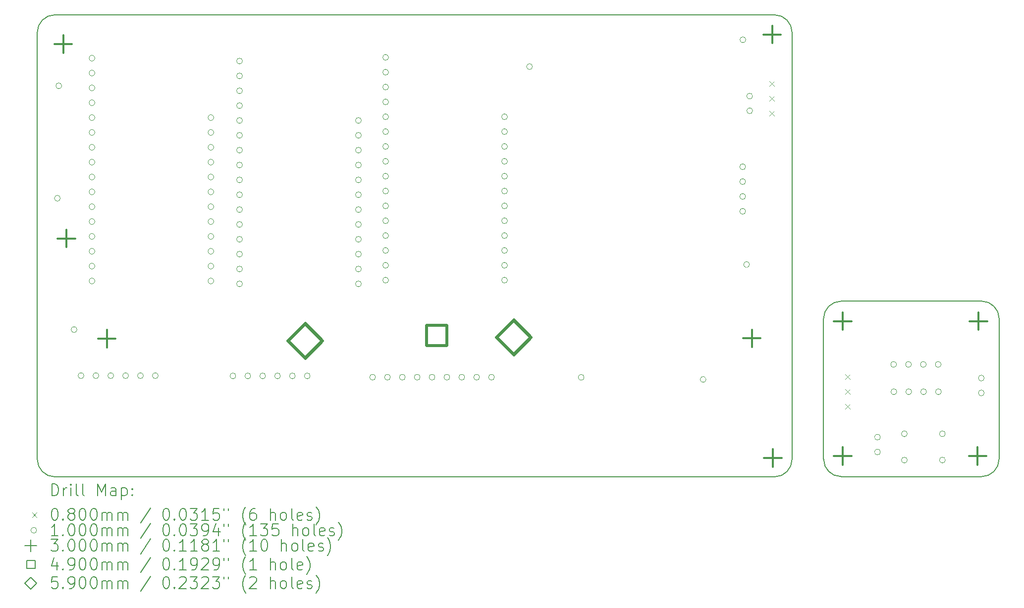
<source format=gbr>
%TF.GenerationSoftware,KiCad,Pcbnew,9.0.0*%
%TF.CreationDate,2025-04-18T00:29:27+02:00*%
%TF.ProjectId,Omni-X-II-PCB,4f6d6e69-2d58-42d4-9949-2d5043422e6b,rev?*%
%TF.SameCoordinates,Original*%
%TF.FileFunction,Drillmap*%
%TF.FilePolarity,Positive*%
%FSLAX45Y45*%
G04 Gerber Fmt 4.5, Leading zero omitted, Abs format (unit mm)*
G04 Created by KiCad (PCBNEW 9.0.0) date 2025-04-18 00:29:27*
%MOMM*%
%LPD*%
G01*
G04 APERTURE LIST*
%ADD10C,0.200000*%
%ADD11C,0.100000*%
%ADD12C,0.300000*%
%ADD13C,0.490000*%
%ADD14C,0.590000*%
G04 APERTURE END LIST*
D10*
X7000000Y-12600000D02*
X7000000Y-5300000D01*
X7300000Y-12900000D02*
G75*
G02*
X7000000Y-12600000I0J300000D01*
G01*
X7000000Y-5300000D02*
G75*
G02*
X7300000Y-5000000I300000J0D01*
G01*
X23138500Y-9896000D02*
G75*
G02*
X23438500Y-10196000I0J-300000D01*
G01*
X20738500Y-9896000D02*
X23138500Y-9896000D01*
X23438500Y-10196000D02*
X23438500Y-12596000D01*
X20438500Y-12596000D02*
X20438500Y-10196000D01*
X23138500Y-12896000D02*
X20738500Y-12896000D01*
X19900000Y-12600000D02*
G75*
G02*
X19600000Y-12900000I-300000J0D01*
G01*
X19600000Y-12900000D02*
X7300000Y-12900000D01*
X19900000Y-5300000D02*
X19900000Y-12600000D01*
X20438500Y-10196000D02*
G75*
G02*
X20738500Y-9896000I300000J0D01*
G01*
X19600000Y-5000000D02*
G75*
G02*
X19900000Y-5300000I0J-300000D01*
G01*
X23438500Y-12596000D02*
G75*
G02*
X23138500Y-12896000I-300000J0D01*
G01*
X20738500Y-12896000D02*
G75*
G02*
X20438500Y-12596000I0J300000D01*
G01*
X7300000Y-5000000D02*
X19600000Y-5000000D01*
D11*
X19515000Y-6138000D02*
X19595000Y-6218000D01*
X19595000Y-6138000D02*
X19515000Y-6218000D01*
X19515000Y-6392000D02*
X19595000Y-6472000D01*
X19595000Y-6392000D02*
X19515000Y-6472000D01*
X19515000Y-6646000D02*
X19595000Y-6726000D01*
X19595000Y-6646000D02*
X19515000Y-6726000D01*
X20809500Y-11149000D02*
X20889500Y-11229000D01*
X20889500Y-11149000D02*
X20809500Y-11229000D01*
X20809500Y-11403000D02*
X20889500Y-11483000D01*
X20889500Y-11403000D02*
X20809500Y-11483000D01*
X20809500Y-11657000D02*
X20889500Y-11737000D01*
X20889500Y-11657000D02*
X20809500Y-11737000D01*
X7394000Y-8136000D02*
G75*
G02*
X7294000Y-8136000I-50000J0D01*
G01*
X7294000Y-8136000D02*
G75*
G02*
X7394000Y-8136000I50000J0D01*
G01*
X7418000Y-6214000D02*
G75*
G02*
X7318000Y-6214000I-50000J0D01*
G01*
X7318000Y-6214000D02*
G75*
G02*
X7418000Y-6214000I50000J0D01*
G01*
X7679000Y-10383000D02*
G75*
G02*
X7579000Y-10383000I-50000J0D01*
G01*
X7579000Y-10383000D02*
G75*
G02*
X7679000Y-10383000I50000J0D01*
G01*
X7798000Y-11170000D02*
G75*
G02*
X7698000Y-11170000I-50000J0D01*
G01*
X7698000Y-11170000D02*
G75*
G02*
X7798000Y-11170000I50000J0D01*
G01*
X7984000Y-5741000D02*
G75*
G02*
X7884000Y-5741000I-50000J0D01*
G01*
X7884000Y-5741000D02*
G75*
G02*
X7984000Y-5741000I50000J0D01*
G01*
X7984000Y-5995000D02*
G75*
G02*
X7884000Y-5995000I-50000J0D01*
G01*
X7884000Y-5995000D02*
G75*
G02*
X7984000Y-5995000I50000J0D01*
G01*
X7984000Y-6249000D02*
G75*
G02*
X7884000Y-6249000I-50000J0D01*
G01*
X7884000Y-6249000D02*
G75*
G02*
X7984000Y-6249000I50000J0D01*
G01*
X7984000Y-6503000D02*
G75*
G02*
X7884000Y-6503000I-50000J0D01*
G01*
X7884000Y-6503000D02*
G75*
G02*
X7984000Y-6503000I50000J0D01*
G01*
X7984000Y-6757000D02*
G75*
G02*
X7884000Y-6757000I-50000J0D01*
G01*
X7884000Y-6757000D02*
G75*
G02*
X7984000Y-6757000I50000J0D01*
G01*
X7984000Y-7011000D02*
G75*
G02*
X7884000Y-7011000I-50000J0D01*
G01*
X7884000Y-7011000D02*
G75*
G02*
X7984000Y-7011000I50000J0D01*
G01*
X7984000Y-7265000D02*
G75*
G02*
X7884000Y-7265000I-50000J0D01*
G01*
X7884000Y-7265000D02*
G75*
G02*
X7984000Y-7265000I50000J0D01*
G01*
X7984000Y-7519000D02*
G75*
G02*
X7884000Y-7519000I-50000J0D01*
G01*
X7884000Y-7519000D02*
G75*
G02*
X7984000Y-7519000I50000J0D01*
G01*
X7984000Y-7773000D02*
G75*
G02*
X7884000Y-7773000I-50000J0D01*
G01*
X7884000Y-7773000D02*
G75*
G02*
X7984000Y-7773000I50000J0D01*
G01*
X7984000Y-8027000D02*
G75*
G02*
X7884000Y-8027000I-50000J0D01*
G01*
X7884000Y-8027000D02*
G75*
G02*
X7984000Y-8027000I50000J0D01*
G01*
X7984000Y-8281000D02*
G75*
G02*
X7884000Y-8281000I-50000J0D01*
G01*
X7884000Y-8281000D02*
G75*
G02*
X7984000Y-8281000I50000J0D01*
G01*
X7984000Y-8535000D02*
G75*
G02*
X7884000Y-8535000I-50000J0D01*
G01*
X7884000Y-8535000D02*
G75*
G02*
X7984000Y-8535000I50000J0D01*
G01*
X7984000Y-8789000D02*
G75*
G02*
X7884000Y-8789000I-50000J0D01*
G01*
X7884000Y-8789000D02*
G75*
G02*
X7984000Y-8789000I50000J0D01*
G01*
X7984000Y-9043000D02*
G75*
G02*
X7884000Y-9043000I-50000J0D01*
G01*
X7884000Y-9043000D02*
G75*
G02*
X7984000Y-9043000I50000J0D01*
G01*
X7984000Y-9297000D02*
G75*
G02*
X7884000Y-9297000I-50000J0D01*
G01*
X7884000Y-9297000D02*
G75*
G02*
X7984000Y-9297000I50000J0D01*
G01*
X7984000Y-9551000D02*
G75*
G02*
X7884000Y-9551000I-50000J0D01*
G01*
X7884000Y-9551000D02*
G75*
G02*
X7984000Y-9551000I50000J0D01*
G01*
X8052000Y-11170000D02*
G75*
G02*
X7952000Y-11170000I-50000J0D01*
G01*
X7952000Y-11170000D02*
G75*
G02*
X8052000Y-11170000I50000J0D01*
G01*
X8306000Y-11170000D02*
G75*
G02*
X8206000Y-11170000I-50000J0D01*
G01*
X8206000Y-11170000D02*
G75*
G02*
X8306000Y-11170000I50000J0D01*
G01*
X8560000Y-11170000D02*
G75*
G02*
X8460000Y-11170000I-50000J0D01*
G01*
X8460000Y-11170000D02*
G75*
G02*
X8560000Y-11170000I50000J0D01*
G01*
X8814000Y-11170000D02*
G75*
G02*
X8714000Y-11170000I-50000J0D01*
G01*
X8714000Y-11170000D02*
G75*
G02*
X8814000Y-11170000I50000J0D01*
G01*
X9068000Y-11170000D02*
G75*
G02*
X8968000Y-11170000I-50000J0D01*
G01*
X8968000Y-11170000D02*
G75*
G02*
X9068000Y-11170000I50000J0D01*
G01*
X10016000Y-6757000D02*
G75*
G02*
X9916000Y-6757000I-50000J0D01*
G01*
X9916000Y-6757000D02*
G75*
G02*
X10016000Y-6757000I50000J0D01*
G01*
X10016000Y-7011000D02*
G75*
G02*
X9916000Y-7011000I-50000J0D01*
G01*
X9916000Y-7011000D02*
G75*
G02*
X10016000Y-7011000I50000J0D01*
G01*
X10016000Y-7265000D02*
G75*
G02*
X9916000Y-7265000I-50000J0D01*
G01*
X9916000Y-7265000D02*
G75*
G02*
X10016000Y-7265000I50000J0D01*
G01*
X10016000Y-7519000D02*
G75*
G02*
X9916000Y-7519000I-50000J0D01*
G01*
X9916000Y-7519000D02*
G75*
G02*
X10016000Y-7519000I50000J0D01*
G01*
X10016000Y-7773000D02*
G75*
G02*
X9916000Y-7773000I-50000J0D01*
G01*
X9916000Y-7773000D02*
G75*
G02*
X10016000Y-7773000I50000J0D01*
G01*
X10016000Y-8027000D02*
G75*
G02*
X9916000Y-8027000I-50000J0D01*
G01*
X9916000Y-8027000D02*
G75*
G02*
X10016000Y-8027000I50000J0D01*
G01*
X10016000Y-8281000D02*
G75*
G02*
X9916000Y-8281000I-50000J0D01*
G01*
X9916000Y-8281000D02*
G75*
G02*
X10016000Y-8281000I50000J0D01*
G01*
X10016000Y-8535000D02*
G75*
G02*
X9916000Y-8535000I-50000J0D01*
G01*
X9916000Y-8535000D02*
G75*
G02*
X10016000Y-8535000I50000J0D01*
G01*
X10016000Y-8789000D02*
G75*
G02*
X9916000Y-8789000I-50000J0D01*
G01*
X9916000Y-8789000D02*
G75*
G02*
X10016000Y-8789000I50000J0D01*
G01*
X10016000Y-9043000D02*
G75*
G02*
X9916000Y-9043000I-50000J0D01*
G01*
X9916000Y-9043000D02*
G75*
G02*
X10016000Y-9043000I50000J0D01*
G01*
X10016000Y-9297000D02*
G75*
G02*
X9916000Y-9297000I-50000J0D01*
G01*
X9916000Y-9297000D02*
G75*
G02*
X10016000Y-9297000I50000J0D01*
G01*
X10016000Y-9551000D02*
G75*
G02*
X9916000Y-9551000I-50000J0D01*
G01*
X9916000Y-9551000D02*
G75*
G02*
X10016000Y-9551000I50000J0D01*
G01*
X10394000Y-11175000D02*
G75*
G02*
X10294000Y-11175000I-50000J0D01*
G01*
X10294000Y-11175000D02*
G75*
G02*
X10394000Y-11175000I50000J0D01*
G01*
X10507000Y-5790000D02*
G75*
G02*
X10407000Y-5790000I-50000J0D01*
G01*
X10407000Y-5790000D02*
G75*
G02*
X10507000Y-5790000I50000J0D01*
G01*
X10507000Y-6044000D02*
G75*
G02*
X10407000Y-6044000I-50000J0D01*
G01*
X10407000Y-6044000D02*
G75*
G02*
X10507000Y-6044000I50000J0D01*
G01*
X10507000Y-6298000D02*
G75*
G02*
X10407000Y-6298000I-50000J0D01*
G01*
X10407000Y-6298000D02*
G75*
G02*
X10507000Y-6298000I50000J0D01*
G01*
X10507000Y-6552000D02*
G75*
G02*
X10407000Y-6552000I-50000J0D01*
G01*
X10407000Y-6552000D02*
G75*
G02*
X10507000Y-6552000I50000J0D01*
G01*
X10507000Y-6806000D02*
G75*
G02*
X10407000Y-6806000I-50000J0D01*
G01*
X10407000Y-6806000D02*
G75*
G02*
X10507000Y-6806000I50000J0D01*
G01*
X10507000Y-7060000D02*
G75*
G02*
X10407000Y-7060000I-50000J0D01*
G01*
X10407000Y-7060000D02*
G75*
G02*
X10507000Y-7060000I50000J0D01*
G01*
X10507000Y-7314000D02*
G75*
G02*
X10407000Y-7314000I-50000J0D01*
G01*
X10407000Y-7314000D02*
G75*
G02*
X10507000Y-7314000I50000J0D01*
G01*
X10507000Y-7568000D02*
G75*
G02*
X10407000Y-7568000I-50000J0D01*
G01*
X10407000Y-7568000D02*
G75*
G02*
X10507000Y-7568000I50000J0D01*
G01*
X10507000Y-7822000D02*
G75*
G02*
X10407000Y-7822000I-50000J0D01*
G01*
X10407000Y-7822000D02*
G75*
G02*
X10507000Y-7822000I50000J0D01*
G01*
X10507000Y-8076000D02*
G75*
G02*
X10407000Y-8076000I-50000J0D01*
G01*
X10407000Y-8076000D02*
G75*
G02*
X10507000Y-8076000I50000J0D01*
G01*
X10507000Y-8330000D02*
G75*
G02*
X10407000Y-8330000I-50000J0D01*
G01*
X10407000Y-8330000D02*
G75*
G02*
X10507000Y-8330000I50000J0D01*
G01*
X10507000Y-8584000D02*
G75*
G02*
X10407000Y-8584000I-50000J0D01*
G01*
X10407000Y-8584000D02*
G75*
G02*
X10507000Y-8584000I50000J0D01*
G01*
X10507000Y-8838000D02*
G75*
G02*
X10407000Y-8838000I-50000J0D01*
G01*
X10407000Y-8838000D02*
G75*
G02*
X10507000Y-8838000I50000J0D01*
G01*
X10507000Y-9092000D02*
G75*
G02*
X10407000Y-9092000I-50000J0D01*
G01*
X10407000Y-9092000D02*
G75*
G02*
X10507000Y-9092000I50000J0D01*
G01*
X10507000Y-9346000D02*
G75*
G02*
X10407000Y-9346000I-50000J0D01*
G01*
X10407000Y-9346000D02*
G75*
G02*
X10507000Y-9346000I50000J0D01*
G01*
X10507000Y-9600000D02*
G75*
G02*
X10407000Y-9600000I-50000J0D01*
G01*
X10407000Y-9600000D02*
G75*
G02*
X10507000Y-9600000I50000J0D01*
G01*
X10648000Y-11175000D02*
G75*
G02*
X10548000Y-11175000I-50000J0D01*
G01*
X10548000Y-11175000D02*
G75*
G02*
X10648000Y-11175000I50000J0D01*
G01*
X10902000Y-11175000D02*
G75*
G02*
X10802000Y-11175000I-50000J0D01*
G01*
X10802000Y-11175000D02*
G75*
G02*
X10902000Y-11175000I50000J0D01*
G01*
X11156000Y-11175000D02*
G75*
G02*
X11056000Y-11175000I-50000J0D01*
G01*
X11056000Y-11175000D02*
G75*
G02*
X11156000Y-11175000I50000J0D01*
G01*
X11410000Y-11175000D02*
G75*
G02*
X11310000Y-11175000I-50000J0D01*
G01*
X11310000Y-11175000D02*
G75*
G02*
X11410000Y-11175000I50000J0D01*
G01*
X11664000Y-11175000D02*
G75*
G02*
X11564000Y-11175000I-50000J0D01*
G01*
X11564000Y-11175000D02*
G75*
G02*
X11664000Y-11175000I50000J0D01*
G01*
X12539000Y-6806000D02*
G75*
G02*
X12439000Y-6806000I-50000J0D01*
G01*
X12439000Y-6806000D02*
G75*
G02*
X12539000Y-6806000I50000J0D01*
G01*
X12539000Y-7060000D02*
G75*
G02*
X12439000Y-7060000I-50000J0D01*
G01*
X12439000Y-7060000D02*
G75*
G02*
X12539000Y-7060000I50000J0D01*
G01*
X12539000Y-7314000D02*
G75*
G02*
X12439000Y-7314000I-50000J0D01*
G01*
X12439000Y-7314000D02*
G75*
G02*
X12539000Y-7314000I50000J0D01*
G01*
X12539000Y-7568000D02*
G75*
G02*
X12439000Y-7568000I-50000J0D01*
G01*
X12439000Y-7568000D02*
G75*
G02*
X12539000Y-7568000I50000J0D01*
G01*
X12539000Y-7822000D02*
G75*
G02*
X12439000Y-7822000I-50000J0D01*
G01*
X12439000Y-7822000D02*
G75*
G02*
X12539000Y-7822000I50000J0D01*
G01*
X12539000Y-8076000D02*
G75*
G02*
X12439000Y-8076000I-50000J0D01*
G01*
X12439000Y-8076000D02*
G75*
G02*
X12539000Y-8076000I50000J0D01*
G01*
X12539000Y-8330000D02*
G75*
G02*
X12439000Y-8330000I-50000J0D01*
G01*
X12439000Y-8330000D02*
G75*
G02*
X12539000Y-8330000I50000J0D01*
G01*
X12539000Y-8584000D02*
G75*
G02*
X12439000Y-8584000I-50000J0D01*
G01*
X12439000Y-8584000D02*
G75*
G02*
X12539000Y-8584000I50000J0D01*
G01*
X12539000Y-8838000D02*
G75*
G02*
X12439000Y-8838000I-50000J0D01*
G01*
X12439000Y-8838000D02*
G75*
G02*
X12539000Y-8838000I50000J0D01*
G01*
X12539000Y-9092000D02*
G75*
G02*
X12439000Y-9092000I-50000J0D01*
G01*
X12439000Y-9092000D02*
G75*
G02*
X12539000Y-9092000I50000J0D01*
G01*
X12539000Y-9346000D02*
G75*
G02*
X12439000Y-9346000I-50000J0D01*
G01*
X12439000Y-9346000D02*
G75*
G02*
X12539000Y-9346000I50000J0D01*
G01*
X12539000Y-9600000D02*
G75*
G02*
X12439000Y-9600000I-50000J0D01*
G01*
X12439000Y-9600000D02*
G75*
G02*
X12539000Y-9600000I50000J0D01*
G01*
X12781000Y-11196000D02*
G75*
G02*
X12681000Y-11196000I-50000J0D01*
G01*
X12681000Y-11196000D02*
G75*
G02*
X12781000Y-11196000I50000J0D01*
G01*
X13004000Y-5727000D02*
G75*
G02*
X12904000Y-5727000I-50000J0D01*
G01*
X12904000Y-5727000D02*
G75*
G02*
X13004000Y-5727000I50000J0D01*
G01*
X13004000Y-5981000D02*
G75*
G02*
X12904000Y-5981000I-50000J0D01*
G01*
X12904000Y-5981000D02*
G75*
G02*
X13004000Y-5981000I50000J0D01*
G01*
X13004000Y-6235000D02*
G75*
G02*
X12904000Y-6235000I-50000J0D01*
G01*
X12904000Y-6235000D02*
G75*
G02*
X13004000Y-6235000I50000J0D01*
G01*
X13004000Y-6489000D02*
G75*
G02*
X12904000Y-6489000I-50000J0D01*
G01*
X12904000Y-6489000D02*
G75*
G02*
X13004000Y-6489000I50000J0D01*
G01*
X13004000Y-6743000D02*
G75*
G02*
X12904000Y-6743000I-50000J0D01*
G01*
X12904000Y-6743000D02*
G75*
G02*
X13004000Y-6743000I50000J0D01*
G01*
X13004000Y-6997000D02*
G75*
G02*
X12904000Y-6997000I-50000J0D01*
G01*
X12904000Y-6997000D02*
G75*
G02*
X13004000Y-6997000I50000J0D01*
G01*
X13004000Y-7251000D02*
G75*
G02*
X12904000Y-7251000I-50000J0D01*
G01*
X12904000Y-7251000D02*
G75*
G02*
X13004000Y-7251000I50000J0D01*
G01*
X13004000Y-7505000D02*
G75*
G02*
X12904000Y-7505000I-50000J0D01*
G01*
X12904000Y-7505000D02*
G75*
G02*
X13004000Y-7505000I50000J0D01*
G01*
X13004000Y-7759000D02*
G75*
G02*
X12904000Y-7759000I-50000J0D01*
G01*
X12904000Y-7759000D02*
G75*
G02*
X13004000Y-7759000I50000J0D01*
G01*
X13004000Y-8013000D02*
G75*
G02*
X12904000Y-8013000I-50000J0D01*
G01*
X12904000Y-8013000D02*
G75*
G02*
X13004000Y-8013000I50000J0D01*
G01*
X13004000Y-8267000D02*
G75*
G02*
X12904000Y-8267000I-50000J0D01*
G01*
X12904000Y-8267000D02*
G75*
G02*
X13004000Y-8267000I50000J0D01*
G01*
X13004000Y-8521000D02*
G75*
G02*
X12904000Y-8521000I-50000J0D01*
G01*
X12904000Y-8521000D02*
G75*
G02*
X13004000Y-8521000I50000J0D01*
G01*
X13004000Y-8775000D02*
G75*
G02*
X12904000Y-8775000I-50000J0D01*
G01*
X12904000Y-8775000D02*
G75*
G02*
X13004000Y-8775000I50000J0D01*
G01*
X13004000Y-9029000D02*
G75*
G02*
X12904000Y-9029000I-50000J0D01*
G01*
X12904000Y-9029000D02*
G75*
G02*
X13004000Y-9029000I50000J0D01*
G01*
X13004000Y-9283000D02*
G75*
G02*
X12904000Y-9283000I-50000J0D01*
G01*
X12904000Y-9283000D02*
G75*
G02*
X13004000Y-9283000I50000J0D01*
G01*
X13004000Y-9537000D02*
G75*
G02*
X12904000Y-9537000I-50000J0D01*
G01*
X12904000Y-9537000D02*
G75*
G02*
X13004000Y-9537000I50000J0D01*
G01*
X13035000Y-11196000D02*
G75*
G02*
X12935000Y-11196000I-50000J0D01*
G01*
X12935000Y-11196000D02*
G75*
G02*
X13035000Y-11196000I50000J0D01*
G01*
X13289000Y-11196000D02*
G75*
G02*
X13189000Y-11196000I-50000J0D01*
G01*
X13189000Y-11196000D02*
G75*
G02*
X13289000Y-11196000I50000J0D01*
G01*
X13543000Y-11196000D02*
G75*
G02*
X13443000Y-11196000I-50000J0D01*
G01*
X13443000Y-11196000D02*
G75*
G02*
X13543000Y-11196000I50000J0D01*
G01*
X13797000Y-11196000D02*
G75*
G02*
X13697000Y-11196000I-50000J0D01*
G01*
X13697000Y-11196000D02*
G75*
G02*
X13797000Y-11196000I50000J0D01*
G01*
X14051000Y-11196000D02*
G75*
G02*
X13951000Y-11196000I-50000J0D01*
G01*
X13951000Y-11196000D02*
G75*
G02*
X14051000Y-11196000I50000J0D01*
G01*
X14305000Y-11196000D02*
G75*
G02*
X14205000Y-11196000I-50000J0D01*
G01*
X14205000Y-11196000D02*
G75*
G02*
X14305000Y-11196000I50000J0D01*
G01*
X14559000Y-11196000D02*
G75*
G02*
X14459000Y-11196000I-50000J0D01*
G01*
X14459000Y-11196000D02*
G75*
G02*
X14559000Y-11196000I50000J0D01*
G01*
X14813000Y-11196000D02*
G75*
G02*
X14713000Y-11196000I-50000J0D01*
G01*
X14713000Y-11196000D02*
G75*
G02*
X14813000Y-11196000I50000J0D01*
G01*
X15036000Y-6743000D02*
G75*
G02*
X14936000Y-6743000I-50000J0D01*
G01*
X14936000Y-6743000D02*
G75*
G02*
X15036000Y-6743000I50000J0D01*
G01*
X15036000Y-6997000D02*
G75*
G02*
X14936000Y-6997000I-50000J0D01*
G01*
X14936000Y-6997000D02*
G75*
G02*
X15036000Y-6997000I50000J0D01*
G01*
X15036000Y-7251000D02*
G75*
G02*
X14936000Y-7251000I-50000J0D01*
G01*
X14936000Y-7251000D02*
G75*
G02*
X15036000Y-7251000I50000J0D01*
G01*
X15036000Y-7505000D02*
G75*
G02*
X14936000Y-7505000I-50000J0D01*
G01*
X14936000Y-7505000D02*
G75*
G02*
X15036000Y-7505000I50000J0D01*
G01*
X15036000Y-7759000D02*
G75*
G02*
X14936000Y-7759000I-50000J0D01*
G01*
X14936000Y-7759000D02*
G75*
G02*
X15036000Y-7759000I50000J0D01*
G01*
X15036000Y-8013000D02*
G75*
G02*
X14936000Y-8013000I-50000J0D01*
G01*
X14936000Y-8013000D02*
G75*
G02*
X15036000Y-8013000I50000J0D01*
G01*
X15036000Y-8267000D02*
G75*
G02*
X14936000Y-8267000I-50000J0D01*
G01*
X14936000Y-8267000D02*
G75*
G02*
X15036000Y-8267000I50000J0D01*
G01*
X15036000Y-8521000D02*
G75*
G02*
X14936000Y-8521000I-50000J0D01*
G01*
X14936000Y-8521000D02*
G75*
G02*
X15036000Y-8521000I50000J0D01*
G01*
X15036000Y-8775000D02*
G75*
G02*
X14936000Y-8775000I-50000J0D01*
G01*
X14936000Y-8775000D02*
G75*
G02*
X15036000Y-8775000I50000J0D01*
G01*
X15036000Y-9029000D02*
G75*
G02*
X14936000Y-9029000I-50000J0D01*
G01*
X14936000Y-9029000D02*
G75*
G02*
X15036000Y-9029000I50000J0D01*
G01*
X15036000Y-9283000D02*
G75*
G02*
X14936000Y-9283000I-50000J0D01*
G01*
X14936000Y-9283000D02*
G75*
G02*
X15036000Y-9283000I50000J0D01*
G01*
X15036000Y-9537000D02*
G75*
G02*
X14936000Y-9537000I-50000J0D01*
G01*
X14936000Y-9537000D02*
G75*
G02*
X15036000Y-9537000I50000J0D01*
G01*
X15463000Y-5885000D02*
G75*
G02*
X15363000Y-5885000I-50000J0D01*
G01*
X15363000Y-5885000D02*
G75*
G02*
X15463000Y-5885000I50000J0D01*
G01*
X16346000Y-11199000D02*
G75*
G02*
X16246000Y-11199000I-50000J0D01*
G01*
X16246000Y-11199000D02*
G75*
G02*
X16346000Y-11199000I50000J0D01*
G01*
X18430000Y-11235000D02*
G75*
G02*
X18330000Y-11235000I-50000J0D01*
G01*
X18330000Y-11235000D02*
G75*
G02*
X18430000Y-11235000I50000J0D01*
G01*
X19106000Y-7597000D02*
G75*
G02*
X19006000Y-7597000I-50000J0D01*
G01*
X19006000Y-7597000D02*
G75*
G02*
X19106000Y-7597000I50000J0D01*
G01*
X19106000Y-7851000D02*
G75*
G02*
X19006000Y-7851000I-50000J0D01*
G01*
X19006000Y-7851000D02*
G75*
G02*
X19106000Y-7851000I50000J0D01*
G01*
X19106000Y-8105000D02*
G75*
G02*
X19006000Y-8105000I-50000J0D01*
G01*
X19006000Y-8105000D02*
G75*
G02*
X19106000Y-8105000I50000J0D01*
G01*
X19106000Y-8359000D02*
G75*
G02*
X19006000Y-8359000I-50000J0D01*
G01*
X19006000Y-8359000D02*
G75*
G02*
X19106000Y-8359000I50000J0D01*
G01*
X19109000Y-5427000D02*
G75*
G02*
X19009000Y-5427000I-50000J0D01*
G01*
X19009000Y-5427000D02*
G75*
G02*
X19109000Y-5427000I50000J0D01*
G01*
X19172000Y-9270000D02*
G75*
G02*
X19072000Y-9270000I-50000J0D01*
G01*
X19072000Y-9270000D02*
G75*
G02*
X19172000Y-9270000I50000J0D01*
G01*
X19225000Y-6390000D02*
G75*
G02*
X19125000Y-6390000I-50000J0D01*
G01*
X19125000Y-6390000D02*
G75*
G02*
X19225000Y-6390000I50000J0D01*
G01*
X19225000Y-6640000D02*
G75*
G02*
X19125000Y-6640000I-50000J0D01*
G01*
X19125000Y-6640000D02*
G75*
G02*
X19225000Y-6640000I50000J0D01*
G01*
X21409500Y-12221000D02*
G75*
G02*
X21309500Y-12221000I-50000J0D01*
G01*
X21309500Y-12221000D02*
G75*
G02*
X21409500Y-12221000I50000J0D01*
G01*
X21409500Y-12475000D02*
G75*
G02*
X21309500Y-12475000I-50000J0D01*
G01*
X21309500Y-12475000D02*
G75*
G02*
X21409500Y-12475000I50000J0D01*
G01*
X21685500Y-10978000D02*
G75*
G02*
X21585500Y-10978000I-50000J0D01*
G01*
X21585500Y-10978000D02*
G75*
G02*
X21685500Y-10978000I50000J0D01*
G01*
X21689500Y-11445000D02*
G75*
G02*
X21589500Y-11445000I-50000J0D01*
G01*
X21589500Y-11445000D02*
G75*
G02*
X21689500Y-11445000I50000J0D01*
G01*
X21869000Y-12164000D02*
G75*
G02*
X21769000Y-12164000I-50000J0D01*
G01*
X21769000Y-12164000D02*
G75*
G02*
X21869000Y-12164000I50000J0D01*
G01*
X21869000Y-12614000D02*
G75*
G02*
X21769000Y-12614000I-50000J0D01*
G01*
X21769000Y-12614000D02*
G75*
G02*
X21869000Y-12614000I50000J0D01*
G01*
X21939500Y-10978000D02*
G75*
G02*
X21839500Y-10978000I-50000J0D01*
G01*
X21839500Y-10978000D02*
G75*
G02*
X21939500Y-10978000I50000J0D01*
G01*
X21943500Y-11445000D02*
G75*
G02*
X21843500Y-11445000I-50000J0D01*
G01*
X21843500Y-11445000D02*
G75*
G02*
X21943500Y-11445000I50000J0D01*
G01*
X22193500Y-10978000D02*
G75*
G02*
X22093500Y-10978000I-50000J0D01*
G01*
X22093500Y-10978000D02*
G75*
G02*
X22193500Y-10978000I50000J0D01*
G01*
X22197500Y-11445000D02*
G75*
G02*
X22097500Y-11445000I-50000J0D01*
G01*
X22097500Y-11445000D02*
G75*
G02*
X22197500Y-11445000I50000J0D01*
G01*
X22447500Y-10978000D02*
G75*
G02*
X22347500Y-10978000I-50000J0D01*
G01*
X22347500Y-10978000D02*
G75*
G02*
X22447500Y-10978000I50000J0D01*
G01*
X22451500Y-11445000D02*
G75*
G02*
X22351500Y-11445000I-50000J0D01*
G01*
X22351500Y-11445000D02*
G75*
G02*
X22451500Y-11445000I50000J0D01*
G01*
X22519000Y-12164000D02*
G75*
G02*
X22419000Y-12164000I-50000J0D01*
G01*
X22419000Y-12164000D02*
G75*
G02*
X22519000Y-12164000I50000J0D01*
G01*
X22519000Y-12614000D02*
G75*
G02*
X22419000Y-12614000I-50000J0D01*
G01*
X22419000Y-12614000D02*
G75*
G02*
X22519000Y-12614000I50000J0D01*
G01*
X23184500Y-11212000D02*
G75*
G02*
X23084500Y-11212000I-50000J0D01*
G01*
X23084500Y-11212000D02*
G75*
G02*
X23184500Y-11212000I50000J0D01*
G01*
X23184500Y-11466000D02*
G75*
G02*
X23084500Y-11466000I-50000J0D01*
G01*
X23084500Y-11466000D02*
G75*
G02*
X23184500Y-11466000I50000J0D01*
G01*
D12*
X7443000Y-5351000D02*
X7443000Y-5651000D01*
X7293000Y-5501000D02*
X7593000Y-5501000D01*
X7499000Y-8675000D02*
X7499000Y-8975000D01*
X7349000Y-8825000D02*
X7649000Y-8825000D01*
X8188000Y-10389000D02*
X8188000Y-10689000D01*
X8038000Y-10539000D02*
X8338000Y-10539000D01*
X19213000Y-10383000D02*
X19213000Y-10683000D01*
X19063000Y-10533000D02*
X19363000Y-10533000D01*
X19560000Y-5187000D02*
X19560000Y-5487000D01*
X19410000Y-5337000D02*
X19710000Y-5337000D01*
X19570000Y-12429000D02*
X19570000Y-12729000D01*
X19420000Y-12579000D02*
X19720000Y-12579000D01*
X20766500Y-10089000D02*
X20766500Y-10389000D01*
X20616500Y-10239000D02*
X20916500Y-10239000D01*
X20766500Y-12393000D02*
X20766500Y-12693000D01*
X20616500Y-12543000D02*
X20916500Y-12543000D01*
X23071500Y-12393000D02*
X23071500Y-12693000D01*
X22921500Y-12543000D02*
X23221500Y-12543000D01*
X23084500Y-10089000D02*
X23084500Y-10389000D01*
X22934500Y-10239000D02*
X23234500Y-10239000D01*
D13*
X13996243Y-10655243D02*
X13996243Y-10308757D01*
X13649757Y-10308757D01*
X13649757Y-10655243D01*
X13996243Y-10655243D01*
D14*
X11575000Y-10868000D02*
X11870000Y-10573000D01*
X11575000Y-10278000D01*
X11280000Y-10573000D01*
X11575000Y-10868000D01*
X15140000Y-10805000D02*
X15435000Y-10510000D01*
X15140000Y-10215000D01*
X14845000Y-10510000D01*
X15140000Y-10805000D01*
D10*
X7250777Y-13221484D02*
X7250777Y-13021484D01*
X7250777Y-13021484D02*
X7298396Y-13021484D01*
X7298396Y-13021484D02*
X7326967Y-13031008D01*
X7326967Y-13031008D02*
X7346015Y-13050055D01*
X7346015Y-13050055D02*
X7355539Y-13069103D01*
X7355539Y-13069103D02*
X7365062Y-13107198D01*
X7365062Y-13107198D02*
X7365062Y-13135769D01*
X7365062Y-13135769D02*
X7355539Y-13173865D01*
X7355539Y-13173865D02*
X7346015Y-13192912D01*
X7346015Y-13192912D02*
X7326967Y-13211960D01*
X7326967Y-13211960D02*
X7298396Y-13221484D01*
X7298396Y-13221484D02*
X7250777Y-13221484D01*
X7450777Y-13221484D02*
X7450777Y-13088150D01*
X7450777Y-13126246D02*
X7460301Y-13107198D01*
X7460301Y-13107198D02*
X7469824Y-13097674D01*
X7469824Y-13097674D02*
X7488872Y-13088150D01*
X7488872Y-13088150D02*
X7507920Y-13088150D01*
X7574586Y-13221484D02*
X7574586Y-13088150D01*
X7574586Y-13021484D02*
X7565062Y-13031008D01*
X7565062Y-13031008D02*
X7574586Y-13040531D01*
X7574586Y-13040531D02*
X7584110Y-13031008D01*
X7584110Y-13031008D02*
X7574586Y-13021484D01*
X7574586Y-13021484D02*
X7574586Y-13040531D01*
X7698396Y-13221484D02*
X7679348Y-13211960D01*
X7679348Y-13211960D02*
X7669824Y-13192912D01*
X7669824Y-13192912D02*
X7669824Y-13021484D01*
X7803158Y-13221484D02*
X7784110Y-13211960D01*
X7784110Y-13211960D02*
X7774586Y-13192912D01*
X7774586Y-13192912D02*
X7774586Y-13021484D01*
X8031729Y-13221484D02*
X8031729Y-13021484D01*
X8031729Y-13021484D02*
X8098396Y-13164341D01*
X8098396Y-13164341D02*
X8165062Y-13021484D01*
X8165062Y-13021484D02*
X8165062Y-13221484D01*
X8346015Y-13221484D02*
X8346015Y-13116722D01*
X8346015Y-13116722D02*
X8336491Y-13097674D01*
X8336491Y-13097674D02*
X8317443Y-13088150D01*
X8317443Y-13088150D02*
X8279348Y-13088150D01*
X8279348Y-13088150D02*
X8260301Y-13097674D01*
X8346015Y-13211960D02*
X8326967Y-13221484D01*
X8326967Y-13221484D02*
X8279348Y-13221484D01*
X8279348Y-13221484D02*
X8260301Y-13211960D01*
X8260301Y-13211960D02*
X8250777Y-13192912D01*
X8250777Y-13192912D02*
X8250777Y-13173865D01*
X8250777Y-13173865D02*
X8260301Y-13154817D01*
X8260301Y-13154817D02*
X8279348Y-13145293D01*
X8279348Y-13145293D02*
X8326967Y-13145293D01*
X8326967Y-13145293D02*
X8346015Y-13135769D01*
X8441253Y-13088150D02*
X8441253Y-13288150D01*
X8441253Y-13097674D02*
X8460301Y-13088150D01*
X8460301Y-13088150D02*
X8498396Y-13088150D01*
X8498396Y-13088150D02*
X8517444Y-13097674D01*
X8517444Y-13097674D02*
X8526967Y-13107198D01*
X8526967Y-13107198D02*
X8536491Y-13126246D01*
X8536491Y-13126246D02*
X8536491Y-13183388D01*
X8536491Y-13183388D02*
X8526967Y-13202436D01*
X8526967Y-13202436D02*
X8517444Y-13211960D01*
X8517444Y-13211960D02*
X8498396Y-13221484D01*
X8498396Y-13221484D02*
X8460301Y-13221484D01*
X8460301Y-13221484D02*
X8441253Y-13211960D01*
X8622205Y-13202436D02*
X8631729Y-13211960D01*
X8631729Y-13211960D02*
X8622205Y-13221484D01*
X8622205Y-13221484D02*
X8612682Y-13211960D01*
X8612682Y-13211960D02*
X8622205Y-13202436D01*
X8622205Y-13202436D02*
X8622205Y-13221484D01*
X8622205Y-13097674D02*
X8631729Y-13107198D01*
X8631729Y-13107198D02*
X8622205Y-13116722D01*
X8622205Y-13116722D02*
X8612682Y-13107198D01*
X8612682Y-13107198D02*
X8622205Y-13097674D01*
X8622205Y-13097674D02*
X8622205Y-13116722D01*
D11*
X6910000Y-13510000D02*
X6990000Y-13590000D01*
X6990000Y-13510000D02*
X6910000Y-13590000D01*
D10*
X7288872Y-13441484D02*
X7307920Y-13441484D01*
X7307920Y-13441484D02*
X7326967Y-13451008D01*
X7326967Y-13451008D02*
X7336491Y-13460531D01*
X7336491Y-13460531D02*
X7346015Y-13479579D01*
X7346015Y-13479579D02*
X7355539Y-13517674D01*
X7355539Y-13517674D02*
X7355539Y-13565293D01*
X7355539Y-13565293D02*
X7346015Y-13603388D01*
X7346015Y-13603388D02*
X7336491Y-13622436D01*
X7336491Y-13622436D02*
X7326967Y-13631960D01*
X7326967Y-13631960D02*
X7307920Y-13641484D01*
X7307920Y-13641484D02*
X7288872Y-13641484D01*
X7288872Y-13641484D02*
X7269824Y-13631960D01*
X7269824Y-13631960D02*
X7260301Y-13622436D01*
X7260301Y-13622436D02*
X7250777Y-13603388D01*
X7250777Y-13603388D02*
X7241253Y-13565293D01*
X7241253Y-13565293D02*
X7241253Y-13517674D01*
X7241253Y-13517674D02*
X7250777Y-13479579D01*
X7250777Y-13479579D02*
X7260301Y-13460531D01*
X7260301Y-13460531D02*
X7269824Y-13451008D01*
X7269824Y-13451008D02*
X7288872Y-13441484D01*
X7441253Y-13622436D02*
X7450777Y-13631960D01*
X7450777Y-13631960D02*
X7441253Y-13641484D01*
X7441253Y-13641484D02*
X7431729Y-13631960D01*
X7431729Y-13631960D02*
X7441253Y-13622436D01*
X7441253Y-13622436D02*
X7441253Y-13641484D01*
X7565062Y-13527198D02*
X7546015Y-13517674D01*
X7546015Y-13517674D02*
X7536491Y-13508150D01*
X7536491Y-13508150D02*
X7526967Y-13489103D01*
X7526967Y-13489103D02*
X7526967Y-13479579D01*
X7526967Y-13479579D02*
X7536491Y-13460531D01*
X7536491Y-13460531D02*
X7546015Y-13451008D01*
X7546015Y-13451008D02*
X7565062Y-13441484D01*
X7565062Y-13441484D02*
X7603158Y-13441484D01*
X7603158Y-13441484D02*
X7622205Y-13451008D01*
X7622205Y-13451008D02*
X7631729Y-13460531D01*
X7631729Y-13460531D02*
X7641253Y-13479579D01*
X7641253Y-13479579D02*
X7641253Y-13489103D01*
X7641253Y-13489103D02*
X7631729Y-13508150D01*
X7631729Y-13508150D02*
X7622205Y-13517674D01*
X7622205Y-13517674D02*
X7603158Y-13527198D01*
X7603158Y-13527198D02*
X7565062Y-13527198D01*
X7565062Y-13527198D02*
X7546015Y-13536722D01*
X7546015Y-13536722D02*
X7536491Y-13546246D01*
X7536491Y-13546246D02*
X7526967Y-13565293D01*
X7526967Y-13565293D02*
X7526967Y-13603388D01*
X7526967Y-13603388D02*
X7536491Y-13622436D01*
X7536491Y-13622436D02*
X7546015Y-13631960D01*
X7546015Y-13631960D02*
X7565062Y-13641484D01*
X7565062Y-13641484D02*
X7603158Y-13641484D01*
X7603158Y-13641484D02*
X7622205Y-13631960D01*
X7622205Y-13631960D02*
X7631729Y-13622436D01*
X7631729Y-13622436D02*
X7641253Y-13603388D01*
X7641253Y-13603388D02*
X7641253Y-13565293D01*
X7641253Y-13565293D02*
X7631729Y-13546246D01*
X7631729Y-13546246D02*
X7622205Y-13536722D01*
X7622205Y-13536722D02*
X7603158Y-13527198D01*
X7765062Y-13441484D02*
X7784110Y-13441484D01*
X7784110Y-13441484D02*
X7803158Y-13451008D01*
X7803158Y-13451008D02*
X7812682Y-13460531D01*
X7812682Y-13460531D02*
X7822205Y-13479579D01*
X7822205Y-13479579D02*
X7831729Y-13517674D01*
X7831729Y-13517674D02*
X7831729Y-13565293D01*
X7831729Y-13565293D02*
X7822205Y-13603388D01*
X7822205Y-13603388D02*
X7812682Y-13622436D01*
X7812682Y-13622436D02*
X7803158Y-13631960D01*
X7803158Y-13631960D02*
X7784110Y-13641484D01*
X7784110Y-13641484D02*
X7765062Y-13641484D01*
X7765062Y-13641484D02*
X7746015Y-13631960D01*
X7746015Y-13631960D02*
X7736491Y-13622436D01*
X7736491Y-13622436D02*
X7726967Y-13603388D01*
X7726967Y-13603388D02*
X7717443Y-13565293D01*
X7717443Y-13565293D02*
X7717443Y-13517674D01*
X7717443Y-13517674D02*
X7726967Y-13479579D01*
X7726967Y-13479579D02*
X7736491Y-13460531D01*
X7736491Y-13460531D02*
X7746015Y-13451008D01*
X7746015Y-13451008D02*
X7765062Y-13441484D01*
X7955539Y-13441484D02*
X7974586Y-13441484D01*
X7974586Y-13441484D02*
X7993634Y-13451008D01*
X7993634Y-13451008D02*
X8003158Y-13460531D01*
X8003158Y-13460531D02*
X8012682Y-13479579D01*
X8012682Y-13479579D02*
X8022205Y-13517674D01*
X8022205Y-13517674D02*
X8022205Y-13565293D01*
X8022205Y-13565293D02*
X8012682Y-13603388D01*
X8012682Y-13603388D02*
X8003158Y-13622436D01*
X8003158Y-13622436D02*
X7993634Y-13631960D01*
X7993634Y-13631960D02*
X7974586Y-13641484D01*
X7974586Y-13641484D02*
X7955539Y-13641484D01*
X7955539Y-13641484D02*
X7936491Y-13631960D01*
X7936491Y-13631960D02*
X7926967Y-13622436D01*
X7926967Y-13622436D02*
X7917443Y-13603388D01*
X7917443Y-13603388D02*
X7907920Y-13565293D01*
X7907920Y-13565293D02*
X7907920Y-13517674D01*
X7907920Y-13517674D02*
X7917443Y-13479579D01*
X7917443Y-13479579D02*
X7926967Y-13460531D01*
X7926967Y-13460531D02*
X7936491Y-13451008D01*
X7936491Y-13451008D02*
X7955539Y-13441484D01*
X8107920Y-13641484D02*
X8107920Y-13508150D01*
X8107920Y-13527198D02*
X8117443Y-13517674D01*
X8117443Y-13517674D02*
X8136491Y-13508150D01*
X8136491Y-13508150D02*
X8165063Y-13508150D01*
X8165063Y-13508150D02*
X8184110Y-13517674D01*
X8184110Y-13517674D02*
X8193634Y-13536722D01*
X8193634Y-13536722D02*
X8193634Y-13641484D01*
X8193634Y-13536722D02*
X8203158Y-13517674D01*
X8203158Y-13517674D02*
X8222205Y-13508150D01*
X8222205Y-13508150D02*
X8250777Y-13508150D01*
X8250777Y-13508150D02*
X8269824Y-13517674D01*
X8269824Y-13517674D02*
X8279348Y-13536722D01*
X8279348Y-13536722D02*
X8279348Y-13641484D01*
X8374586Y-13641484D02*
X8374586Y-13508150D01*
X8374586Y-13527198D02*
X8384110Y-13517674D01*
X8384110Y-13517674D02*
X8403158Y-13508150D01*
X8403158Y-13508150D02*
X8431729Y-13508150D01*
X8431729Y-13508150D02*
X8450777Y-13517674D01*
X8450777Y-13517674D02*
X8460301Y-13536722D01*
X8460301Y-13536722D02*
X8460301Y-13641484D01*
X8460301Y-13536722D02*
X8469825Y-13517674D01*
X8469825Y-13517674D02*
X8488872Y-13508150D01*
X8488872Y-13508150D02*
X8517444Y-13508150D01*
X8517444Y-13508150D02*
X8536491Y-13517674D01*
X8536491Y-13517674D02*
X8546015Y-13536722D01*
X8546015Y-13536722D02*
X8546015Y-13641484D01*
X8936491Y-13431960D02*
X8765063Y-13689103D01*
X9193634Y-13441484D02*
X9212682Y-13441484D01*
X9212682Y-13441484D02*
X9231729Y-13451008D01*
X9231729Y-13451008D02*
X9241253Y-13460531D01*
X9241253Y-13460531D02*
X9250777Y-13479579D01*
X9250777Y-13479579D02*
X9260301Y-13517674D01*
X9260301Y-13517674D02*
X9260301Y-13565293D01*
X9260301Y-13565293D02*
X9250777Y-13603388D01*
X9250777Y-13603388D02*
X9241253Y-13622436D01*
X9241253Y-13622436D02*
X9231729Y-13631960D01*
X9231729Y-13631960D02*
X9212682Y-13641484D01*
X9212682Y-13641484D02*
X9193634Y-13641484D01*
X9193634Y-13641484D02*
X9174587Y-13631960D01*
X9174587Y-13631960D02*
X9165063Y-13622436D01*
X9165063Y-13622436D02*
X9155539Y-13603388D01*
X9155539Y-13603388D02*
X9146015Y-13565293D01*
X9146015Y-13565293D02*
X9146015Y-13517674D01*
X9146015Y-13517674D02*
X9155539Y-13479579D01*
X9155539Y-13479579D02*
X9165063Y-13460531D01*
X9165063Y-13460531D02*
X9174587Y-13451008D01*
X9174587Y-13451008D02*
X9193634Y-13441484D01*
X9346015Y-13622436D02*
X9355539Y-13631960D01*
X9355539Y-13631960D02*
X9346015Y-13641484D01*
X9346015Y-13641484D02*
X9336491Y-13631960D01*
X9336491Y-13631960D02*
X9346015Y-13622436D01*
X9346015Y-13622436D02*
X9346015Y-13641484D01*
X9479348Y-13441484D02*
X9498396Y-13441484D01*
X9498396Y-13441484D02*
X9517444Y-13451008D01*
X9517444Y-13451008D02*
X9526968Y-13460531D01*
X9526968Y-13460531D02*
X9536491Y-13479579D01*
X9536491Y-13479579D02*
X9546015Y-13517674D01*
X9546015Y-13517674D02*
X9546015Y-13565293D01*
X9546015Y-13565293D02*
X9536491Y-13603388D01*
X9536491Y-13603388D02*
X9526968Y-13622436D01*
X9526968Y-13622436D02*
X9517444Y-13631960D01*
X9517444Y-13631960D02*
X9498396Y-13641484D01*
X9498396Y-13641484D02*
X9479348Y-13641484D01*
X9479348Y-13641484D02*
X9460301Y-13631960D01*
X9460301Y-13631960D02*
X9450777Y-13622436D01*
X9450777Y-13622436D02*
X9441253Y-13603388D01*
X9441253Y-13603388D02*
X9431729Y-13565293D01*
X9431729Y-13565293D02*
X9431729Y-13517674D01*
X9431729Y-13517674D02*
X9441253Y-13479579D01*
X9441253Y-13479579D02*
X9450777Y-13460531D01*
X9450777Y-13460531D02*
X9460301Y-13451008D01*
X9460301Y-13451008D02*
X9479348Y-13441484D01*
X9612682Y-13441484D02*
X9736491Y-13441484D01*
X9736491Y-13441484D02*
X9669825Y-13517674D01*
X9669825Y-13517674D02*
X9698396Y-13517674D01*
X9698396Y-13517674D02*
X9717444Y-13527198D01*
X9717444Y-13527198D02*
X9726968Y-13536722D01*
X9726968Y-13536722D02*
X9736491Y-13555769D01*
X9736491Y-13555769D02*
X9736491Y-13603388D01*
X9736491Y-13603388D02*
X9726968Y-13622436D01*
X9726968Y-13622436D02*
X9717444Y-13631960D01*
X9717444Y-13631960D02*
X9698396Y-13641484D01*
X9698396Y-13641484D02*
X9641253Y-13641484D01*
X9641253Y-13641484D02*
X9622206Y-13631960D01*
X9622206Y-13631960D02*
X9612682Y-13622436D01*
X9926968Y-13641484D02*
X9812682Y-13641484D01*
X9869825Y-13641484D02*
X9869825Y-13441484D01*
X9869825Y-13441484D02*
X9850777Y-13470055D01*
X9850777Y-13470055D02*
X9831729Y-13489103D01*
X9831729Y-13489103D02*
X9812682Y-13498627D01*
X10107920Y-13441484D02*
X10012682Y-13441484D01*
X10012682Y-13441484D02*
X10003158Y-13536722D01*
X10003158Y-13536722D02*
X10012682Y-13527198D01*
X10012682Y-13527198D02*
X10031729Y-13517674D01*
X10031729Y-13517674D02*
X10079349Y-13517674D01*
X10079349Y-13517674D02*
X10098396Y-13527198D01*
X10098396Y-13527198D02*
X10107920Y-13536722D01*
X10107920Y-13536722D02*
X10117444Y-13555769D01*
X10117444Y-13555769D02*
X10117444Y-13603388D01*
X10117444Y-13603388D02*
X10107920Y-13622436D01*
X10107920Y-13622436D02*
X10098396Y-13631960D01*
X10098396Y-13631960D02*
X10079349Y-13641484D01*
X10079349Y-13641484D02*
X10031729Y-13641484D01*
X10031729Y-13641484D02*
X10012682Y-13631960D01*
X10012682Y-13631960D02*
X10003158Y-13622436D01*
X10193634Y-13441484D02*
X10193634Y-13479579D01*
X10269825Y-13441484D02*
X10269825Y-13479579D01*
X10565063Y-13717674D02*
X10555539Y-13708150D01*
X10555539Y-13708150D02*
X10536491Y-13679579D01*
X10536491Y-13679579D02*
X10526968Y-13660531D01*
X10526968Y-13660531D02*
X10517444Y-13631960D01*
X10517444Y-13631960D02*
X10507920Y-13584341D01*
X10507920Y-13584341D02*
X10507920Y-13546246D01*
X10507920Y-13546246D02*
X10517444Y-13498627D01*
X10517444Y-13498627D02*
X10526968Y-13470055D01*
X10526968Y-13470055D02*
X10536491Y-13451008D01*
X10536491Y-13451008D02*
X10555539Y-13422436D01*
X10555539Y-13422436D02*
X10565063Y-13412912D01*
X10726968Y-13441484D02*
X10688872Y-13441484D01*
X10688872Y-13441484D02*
X10669825Y-13451008D01*
X10669825Y-13451008D02*
X10660301Y-13460531D01*
X10660301Y-13460531D02*
X10641253Y-13489103D01*
X10641253Y-13489103D02*
X10631730Y-13527198D01*
X10631730Y-13527198D02*
X10631730Y-13603388D01*
X10631730Y-13603388D02*
X10641253Y-13622436D01*
X10641253Y-13622436D02*
X10650777Y-13631960D01*
X10650777Y-13631960D02*
X10669825Y-13641484D01*
X10669825Y-13641484D02*
X10707920Y-13641484D01*
X10707920Y-13641484D02*
X10726968Y-13631960D01*
X10726968Y-13631960D02*
X10736491Y-13622436D01*
X10736491Y-13622436D02*
X10746015Y-13603388D01*
X10746015Y-13603388D02*
X10746015Y-13555769D01*
X10746015Y-13555769D02*
X10736491Y-13536722D01*
X10736491Y-13536722D02*
X10726968Y-13527198D01*
X10726968Y-13527198D02*
X10707920Y-13517674D01*
X10707920Y-13517674D02*
X10669825Y-13517674D01*
X10669825Y-13517674D02*
X10650777Y-13527198D01*
X10650777Y-13527198D02*
X10641253Y-13536722D01*
X10641253Y-13536722D02*
X10631730Y-13555769D01*
X10984111Y-13641484D02*
X10984111Y-13441484D01*
X11069825Y-13641484D02*
X11069825Y-13536722D01*
X11069825Y-13536722D02*
X11060301Y-13517674D01*
X11060301Y-13517674D02*
X11041253Y-13508150D01*
X11041253Y-13508150D02*
X11012682Y-13508150D01*
X11012682Y-13508150D02*
X10993634Y-13517674D01*
X10993634Y-13517674D02*
X10984111Y-13527198D01*
X11193634Y-13641484D02*
X11174587Y-13631960D01*
X11174587Y-13631960D02*
X11165063Y-13622436D01*
X11165063Y-13622436D02*
X11155539Y-13603388D01*
X11155539Y-13603388D02*
X11155539Y-13546246D01*
X11155539Y-13546246D02*
X11165063Y-13527198D01*
X11165063Y-13527198D02*
X11174587Y-13517674D01*
X11174587Y-13517674D02*
X11193634Y-13508150D01*
X11193634Y-13508150D02*
X11222206Y-13508150D01*
X11222206Y-13508150D02*
X11241253Y-13517674D01*
X11241253Y-13517674D02*
X11250777Y-13527198D01*
X11250777Y-13527198D02*
X11260301Y-13546246D01*
X11260301Y-13546246D02*
X11260301Y-13603388D01*
X11260301Y-13603388D02*
X11250777Y-13622436D01*
X11250777Y-13622436D02*
X11241253Y-13631960D01*
X11241253Y-13631960D02*
X11222206Y-13641484D01*
X11222206Y-13641484D02*
X11193634Y-13641484D01*
X11374587Y-13641484D02*
X11355539Y-13631960D01*
X11355539Y-13631960D02*
X11346015Y-13612912D01*
X11346015Y-13612912D02*
X11346015Y-13441484D01*
X11526968Y-13631960D02*
X11507920Y-13641484D01*
X11507920Y-13641484D02*
X11469825Y-13641484D01*
X11469825Y-13641484D02*
X11450777Y-13631960D01*
X11450777Y-13631960D02*
X11441253Y-13612912D01*
X11441253Y-13612912D02*
X11441253Y-13536722D01*
X11441253Y-13536722D02*
X11450777Y-13517674D01*
X11450777Y-13517674D02*
X11469825Y-13508150D01*
X11469825Y-13508150D02*
X11507920Y-13508150D01*
X11507920Y-13508150D02*
X11526968Y-13517674D01*
X11526968Y-13517674D02*
X11536491Y-13536722D01*
X11536491Y-13536722D02*
X11536491Y-13555769D01*
X11536491Y-13555769D02*
X11441253Y-13574817D01*
X11612682Y-13631960D02*
X11631730Y-13641484D01*
X11631730Y-13641484D02*
X11669825Y-13641484D01*
X11669825Y-13641484D02*
X11688872Y-13631960D01*
X11688872Y-13631960D02*
X11698396Y-13612912D01*
X11698396Y-13612912D02*
X11698396Y-13603388D01*
X11698396Y-13603388D02*
X11688872Y-13584341D01*
X11688872Y-13584341D02*
X11669825Y-13574817D01*
X11669825Y-13574817D02*
X11641253Y-13574817D01*
X11641253Y-13574817D02*
X11622206Y-13565293D01*
X11622206Y-13565293D02*
X11612682Y-13546246D01*
X11612682Y-13546246D02*
X11612682Y-13536722D01*
X11612682Y-13536722D02*
X11622206Y-13517674D01*
X11622206Y-13517674D02*
X11641253Y-13508150D01*
X11641253Y-13508150D02*
X11669825Y-13508150D01*
X11669825Y-13508150D02*
X11688872Y-13517674D01*
X11765063Y-13717674D02*
X11774587Y-13708150D01*
X11774587Y-13708150D02*
X11793634Y-13679579D01*
X11793634Y-13679579D02*
X11803158Y-13660531D01*
X11803158Y-13660531D02*
X11812682Y-13631960D01*
X11812682Y-13631960D02*
X11822206Y-13584341D01*
X11822206Y-13584341D02*
X11822206Y-13546246D01*
X11822206Y-13546246D02*
X11812682Y-13498627D01*
X11812682Y-13498627D02*
X11803158Y-13470055D01*
X11803158Y-13470055D02*
X11793634Y-13451008D01*
X11793634Y-13451008D02*
X11774587Y-13422436D01*
X11774587Y-13422436D02*
X11765063Y-13412912D01*
D11*
X6990000Y-13814000D02*
G75*
G02*
X6890000Y-13814000I-50000J0D01*
G01*
X6890000Y-13814000D02*
G75*
G02*
X6990000Y-13814000I50000J0D01*
G01*
D10*
X7355539Y-13905484D02*
X7241253Y-13905484D01*
X7298396Y-13905484D02*
X7298396Y-13705484D01*
X7298396Y-13705484D02*
X7279348Y-13734055D01*
X7279348Y-13734055D02*
X7260301Y-13753103D01*
X7260301Y-13753103D02*
X7241253Y-13762627D01*
X7441253Y-13886436D02*
X7450777Y-13895960D01*
X7450777Y-13895960D02*
X7441253Y-13905484D01*
X7441253Y-13905484D02*
X7431729Y-13895960D01*
X7431729Y-13895960D02*
X7441253Y-13886436D01*
X7441253Y-13886436D02*
X7441253Y-13905484D01*
X7574586Y-13705484D02*
X7593634Y-13705484D01*
X7593634Y-13705484D02*
X7612682Y-13715008D01*
X7612682Y-13715008D02*
X7622205Y-13724531D01*
X7622205Y-13724531D02*
X7631729Y-13743579D01*
X7631729Y-13743579D02*
X7641253Y-13781674D01*
X7641253Y-13781674D02*
X7641253Y-13829293D01*
X7641253Y-13829293D02*
X7631729Y-13867388D01*
X7631729Y-13867388D02*
X7622205Y-13886436D01*
X7622205Y-13886436D02*
X7612682Y-13895960D01*
X7612682Y-13895960D02*
X7593634Y-13905484D01*
X7593634Y-13905484D02*
X7574586Y-13905484D01*
X7574586Y-13905484D02*
X7555539Y-13895960D01*
X7555539Y-13895960D02*
X7546015Y-13886436D01*
X7546015Y-13886436D02*
X7536491Y-13867388D01*
X7536491Y-13867388D02*
X7526967Y-13829293D01*
X7526967Y-13829293D02*
X7526967Y-13781674D01*
X7526967Y-13781674D02*
X7536491Y-13743579D01*
X7536491Y-13743579D02*
X7546015Y-13724531D01*
X7546015Y-13724531D02*
X7555539Y-13715008D01*
X7555539Y-13715008D02*
X7574586Y-13705484D01*
X7765062Y-13705484D02*
X7784110Y-13705484D01*
X7784110Y-13705484D02*
X7803158Y-13715008D01*
X7803158Y-13715008D02*
X7812682Y-13724531D01*
X7812682Y-13724531D02*
X7822205Y-13743579D01*
X7822205Y-13743579D02*
X7831729Y-13781674D01*
X7831729Y-13781674D02*
X7831729Y-13829293D01*
X7831729Y-13829293D02*
X7822205Y-13867388D01*
X7822205Y-13867388D02*
X7812682Y-13886436D01*
X7812682Y-13886436D02*
X7803158Y-13895960D01*
X7803158Y-13895960D02*
X7784110Y-13905484D01*
X7784110Y-13905484D02*
X7765062Y-13905484D01*
X7765062Y-13905484D02*
X7746015Y-13895960D01*
X7746015Y-13895960D02*
X7736491Y-13886436D01*
X7736491Y-13886436D02*
X7726967Y-13867388D01*
X7726967Y-13867388D02*
X7717443Y-13829293D01*
X7717443Y-13829293D02*
X7717443Y-13781674D01*
X7717443Y-13781674D02*
X7726967Y-13743579D01*
X7726967Y-13743579D02*
X7736491Y-13724531D01*
X7736491Y-13724531D02*
X7746015Y-13715008D01*
X7746015Y-13715008D02*
X7765062Y-13705484D01*
X7955539Y-13705484D02*
X7974586Y-13705484D01*
X7974586Y-13705484D02*
X7993634Y-13715008D01*
X7993634Y-13715008D02*
X8003158Y-13724531D01*
X8003158Y-13724531D02*
X8012682Y-13743579D01*
X8012682Y-13743579D02*
X8022205Y-13781674D01*
X8022205Y-13781674D02*
X8022205Y-13829293D01*
X8022205Y-13829293D02*
X8012682Y-13867388D01*
X8012682Y-13867388D02*
X8003158Y-13886436D01*
X8003158Y-13886436D02*
X7993634Y-13895960D01*
X7993634Y-13895960D02*
X7974586Y-13905484D01*
X7974586Y-13905484D02*
X7955539Y-13905484D01*
X7955539Y-13905484D02*
X7936491Y-13895960D01*
X7936491Y-13895960D02*
X7926967Y-13886436D01*
X7926967Y-13886436D02*
X7917443Y-13867388D01*
X7917443Y-13867388D02*
X7907920Y-13829293D01*
X7907920Y-13829293D02*
X7907920Y-13781674D01*
X7907920Y-13781674D02*
X7917443Y-13743579D01*
X7917443Y-13743579D02*
X7926967Y-13724531D01*
X7926967Y-13724531D02*
X7936491Y-13715008D01*
X7936491Y-13715008D02*
X7955539Y-13705484D01*
X8107920Y-13905484D02*
X8107920Y-13772150D01*
X8107920Y-13791198D02*
X8117443Y-13781674D01*
X8117443Y-13781674D02*
X8136491Y-13772150D01*
X8136491Y-13772150D02*
X8165063Y-13772150D01*
X8165063Y-13772150D02*
X8184110Y-13781674D01*
X8184110Y-13781674D02*
X8193634Y-13800722D01*
X8193634Y-13800722D02*
X8193634Y-13905484D01*
X8193634Y-13800722D02*
X8203158Y-13781674D01*
X8203158Y-13781674D02*
X8222205Y-13772150D01*
X8222205Y-13772150D02*
X8250777Y-13772150D01*
X8250777Y-13772150D02*
X8269824Y-13781674D01*
X8269824Y-13781674D02*
X8279348Y-13800722D01*
X8279348Y-13800722D02*
X8279348Y-13905484D01*
X8374586Y-13905484D02*
X8374586Y-13772150D01*
X8374586Y-13791198D02*
X8384110Y-13781674D01*
X8384110Y-13781674D02*
X8403158Y-13772150D01*
X8403158Y-13772150D02*
X8431729Y-13772150D01*
X8431729Y-13772150D02*
X8450777Y-13781674D01*
X8450777Y-13781674D02*
X8460301Y-13800722D01*
X8460301Y-13800722D02*
X8460301Y-13905484D01*
X8460301Y-13800722D02*
X8469825Y-13781674D01*
X8469825Y-13781674D02*
X8488872Y-13772150D01*
X8488872Y-13772150D02*
X8517444Y-13772150D01*
X8517444Y-13772150D02*
X8536491Y-13781674D01*
X8536491Y-13781674D02*
X8546015Y-13800722D01*
X8546015Y-13800722D02*
X8546015Y-13905484D01*
X8936491Y-13695960D02*
X8765063Y-13953103D01*
X9193634Y-13705484D02*
X9212682Y-13705484D01*
X9212682Y-13705484D02*
X9231729Y-13715008D01*
X9231729Y-13715008D02*
X9241253Y-13724531D01*
X9241253Y-13724531D02*
X9250777Y-13743579D01*
X9250777Y-13743579D02*
X9260301Y-13781674D01*
X9260301Y-13781674D02*
X9260301Y-13829293D01*
X9260301Y-13829293D02*
X9250777Y-13867388D01*
X9250777Y-13867388D02*
X9241253Y-13886436D01*
X9241253Y-13886436D02*
X9231729Y-13895960D01*
X9231729Y-13895960D02*
X9212682Y-13905484D01*
X9212682Y-13905484D02*
X9193634Y-13905484D01*
X9193634Y-13905484D02*
X9174587Y-13895960D01*
X9174587Y-13895960D02*
X9165063Y-13886436D01*
X9165063Y-13886436D02*
X9155539Y-13867388D01*
X9155539Y-13867388D02*
X9146015Y-13829293D01*
X9146015Y-13829293D02*
X9146015Y-13781674D01*
X9146015Y-13781674D02*
X9155539Y-13743579D01*
X9155539Y-13743579D02*
X9165063Y-13724531D01*
X9165063Y-13724531D02*
X9174587Y-13715008D01*
X9174587Y-13715008D02*
X9193634Y-13705484D01*
X9346015Y-13886436D02*
X9355539Y-13895960D01*
X9355539Y-13895960D02*
X9346015Y-13905484D01*
X9346015Y-13905484D02*
X9336491Y-13895960D01*
X9336491Y-13895960D02*
X9346015Y-13886436D01*
X9346015Y-13886436D02*
X9346015Y-13905484D01*
X9479348Y-13705484D02*
X9498396Y-13705484D01*
X9498396Y-13705484D02*
X9517444Y-13715008D01*
X9517444Y-13715008D02*
X9526968Y-13724531D01*
X9526968Y-13724531D02*
X9536491Y-13743579D01*
X9536491Y-13743579D02*
X9546015Y-13781674D01*
X9546015Y-13781674D02*
X9546015Y-13829293D01*
X9546015Y-13829293D02*
X9536491Y-13867388D01*
X9536491Y-13867388D02*
X9526968Y-13886436D01*
X9526968Y-13886436D02*
X9517444Y-13895960D01*
X9517444Y-13895960D02*
X9498396Y-13905484D01*
X9498396Y-13905484D02*
X9479348Y-13905484D01*
X9479348Y-13905484D02*
X9460301Y-13895960D01*
X9460301Y-13895960D02*
X9450777Y-13886436D01*
X9450777Y-13886436D02*
X9441253Y-13867388D01*
X9441253Y-13867388D02*
X9431729Y-13829293D01*
X9431729Y-13829293D02*
X9431729Y-13781674D01*
X9431729Y-13781674D02*
X9441253Y-13743579D01*
X9441253Y-13743579D02*
X9450777Y-13724531D01*
X9450777Y-13724531D02*
X9460301Y-13715008D01*
X9460301Y-13715008D02*
X9479348Y-13705484D01*
X9612682Y-13705484D02*
X9736491Y-13705484D01*
X9736491Y-13705484D02*
X9669825Y-13781674D01*
X9669825Y-13781674D02*
X9698396Y-13781674D01*
X9698396Y-13781674D02*
X9717444Y-13791198D01*
X9717444Y-13791198D02*
X9726968Y-13800722D01*
X9726968Y-13800722D02*
X9736491Y-13819769D01*
X9736491Y-13819769D02*
X9736491Y-13867388D01*
X9736491Y-13867388D02*
X9726968Y-13886436D01*
X9726968Y-13886436D02*
X9717444Y-13895960D01*
X9717444Y-13895960D02*
X9698396Y-13905484D01*
X9698396Y-13905484D02*
X9641253Y-13905484D01*
X9641253Y-13905484D02*
X9622206Y-13895960D01*
X9622206Y-13895960D02*
X9612682Y-13886436D01*
X9831729Y-13905484D02*
X9869825Y-13905484D01*
X9869825Y-13905484D02*
X9888872Y-13895960D01*
X9888872Y-13895960D02*
X9898396Y-13886436D01*
X9898396Y-13886436D02*
X9917444Y-13857865D01*
X9917444Y-13857865D02*
X9926968Y-13819769D01*
X9926968Y-13819769D02*
X9926968Y-13743579D01*
X9926968Y-13743579D02*
X9917444Y-13724531D01*
X9917444Y-13724531D02*
X9907920Y-13715008D01*
X9907920Y-13715008D02*
X9888872Y-13705484D01*
X9888872Y-13705484D02*
X9850777Y-13705484D01*
X9850777Y-13705484D02*
X9831729Y-13715008D01*
X9831729Y-13715008D02*
X9822206Y-13724531D01*
X9822206Y-13724531D02*
X9812682Y-13743579D01*
X9812682Y-13743579D02*
X9812682Y-13791198D01*
X9812682Y-13791198D02*
X9822206Y-13810246D01*
X9822206Y-13810246D02*
X9831729Y-13819769D01*
X9831729Y-13819769D02*
X9850777Y-13829293D01*
X9850777Y-13829293D02*
X9888872Y-13829293D01*
X9888872Y-13829293D02*
X9907920Y-13819769D01*
X9907920Y-13819769D02*
X9917444Y-13810246D01*
X9917444Y-13810246D02*
X9926968Y-13791198D01*
X10098396Y-13772150D02*
X10098396Y-13905484D01*
X10050777Y-13695960D02*
X10003158Y-13838817D01*
X10003158Y-13838817D02*
X10126968Y-13838817D01*
X10193634Y-13705484D02*
X10193634Y-13743579D01*
X10269825Y-13705484D02*
X10269825Y-13743579D01*
X10565063Y-13981674D02*
X10555539Y-13972150D01*
X10555539Y-13972150D02*
X10536491Y-13943579D01*
X10536491Y-13943579D02*
X10526968Y-13924531D01*
X10526968Y-13924531D02*
X10517444Y-13895960D01*
X10517444Y-13895960D02*
X10507920Y-13848341D01*
X10507920Y-13848341D02*
X10507920Y-13810246D01*
X10507920Y-13810246D02*
X10517444Y-13762627D01*
X10517444Y-13762627D02*
X10526968Y-13734055D01*
X10526968Y-13734055D02*
X10536491Y-13715008D01*
X10536491Y-13715008D02*
X10555539Y-13686436D01*
X10555539Y-13686436D02*
X10565063Y-13676912D01*
X10746015Y-13905484D02*
X10631730Y-13905484D01*
X10688872Y-13905484D02*
X10688872Y-13705484D01*
X10688872Y-13705484D02*
X10669825Y-13734055D01*
X10669825Y-13734055D02*
X10650777Y-13753103D01*
X10650777Y-13753103D02*
X10631730Y-13762627D01*
X10812682Y-13705484D02*
X10936491Y-13705484D01*
X10936491Y-13705484D02*
X10869825Y-13781674D01*
X10869825Y-13781674D02*
X10898396Y-13781674D01*
X10898396Y-13781674D02*
X10917444Y-13791198D01*
X10917444Y-13791198D02*
X10926968Y-13800722D01*
X10926968Y-13800722D02*
X10936491Y-13819769D01*
X10936491Y-13819769D02*
X10936491Y-13867388D01*
X10936491Y-13867388D02*
X10926968Y-13886436D01*
X10926968Y-13886436D02*
X10917444Y-13895960D01*
X10917444Y-13895960D02*
X10898396Y-13905484D01*
X10898396Y-13905484D02*
X10841253Y-13905484D01*
X10841253Y-13905484D02*
X10822206Y-13895960D01*
X10822206Y-13895960D02*
X10812682Y-13886436D01*
X11117444Y-13705484D02*
X11022206Y-13705484D01*
X11022206Y-13705484D02*
X11012682Y-13800722D01*
X11012682Y-13800722D02*
X11022206Y-13791198D01*
X11022206Y-13791198D02*
X11041253Y-13781674D01*
X11041253Y-13781674D02*
X11088872Y-13781674D01*
X11088872Y-13781674D02*
X11107920Y-13791198D01*
X11107920Y-13791198D02*
X11117444Y-13800722D01*
X11117444Y-13800722D02*
X11126968Y-13819769D01*
X11126968Y-13819769D02*
X11126968Y-13867388D01*
X11126968Y-13867388D02*
X11117444Y-13886436D01*
X11117444Y-13886436D02*
X11107920Y-13895960D01*
X11107920Y-13895960D02*
X11088872Y-13905484D01*
X11088872Y-13905484D02*
X11041253Y-13905484D01*
X11041253Y-13905484D02*
X11022206Y-13895960D01*
X11022206Y-13895960D02*
X11012682Y-13886436D01*
X11365063Y-13905484D02*
X11365063Y-13705484D01*
X11450777Y-13905484D02*
X11450777Y-13800722D01*
X11450777Y-13800722D02*
X11441253Y-13781674D01*
X11441253Y-13781674D02*
X11422206Y-13772150D01*
X11422206Y-13772150D02*
X11393634Y-13772150D01*
X11393634Y-13772150D02*
X11374587Y-13781674D01*
X11374587Y-13781674D02*
X11365063Y-13791198D01*
X11574587Y-13905484D02*
X11555539Y-13895960D01*
X11555539Y-13895960D02*
X11546015Y-13886436D01*
X11546015Y-13886436D02*
X11536491Y-13867388D01*
X11536491Y-13867388D02*
X11536491Y-13810246D01*
X11536491Y-13810246D02*
X11546015Y-13791198D01*
X11546015Y-13791198D02*
X11555539Y-13781674D01*
X11555539Y-13781674D02*
X11574587Y-13772150D01*
X11574587Y-13772150D02*
X11603158Y-13772150D01*
X11603158Y-13772150D02*
X11622206Y-13781674D01*
X11622206Y-13781674D02*
X11631730Y-13791198D01*
X11631730Y-13791198D02*
X11641253Y-13810246D01*
X11641253Y-13810246D02*
X11641253Y-13867388D01*
X11641253Y-13867388D02*
X11631730Y-13886436D01*
X11631730Y-13886436D02*
X11622206Y-13895960D01*
X11622206Y-13895960D02*
X11603158Y-13905484D01*
X11603158Y-13905484D02*
X11574587Y-13905484D01*
X11755539Y-13905484D02*
X11736491Y-13895960D01*
X11736491Y-13895960D02*
X11726968Y-13876912D01*
X11726968Y-13876912D02*
X11726968Y-13705484D01*
X11907920Y-13895960D02*
X11888872Y-13905484D01*
X11888872Y-13905484D02*
X11850777Y-13905484D01*
X11850777Y-13905484D02*
X11831730Y-13895960D01*
X11831730Y-13895960D02*
X11822206Y-13876912D01*
X11822206Y-13876912D02*
X11822206Y-13800722D01*
X11822206Y-13800722D02*
X11831730Y-13781674D01*
X11831730Y-13781674D02*
X11850777Y-13772150D01*
X11850777Y-13772150D02*
X11888872Y-13772150D01*
X11888872Y-13772150D02*
X11907920Y-13781674D01*
X11907920Y-13781674D02*
X11917444Y-13800722D01*
X11917444Y-13800722D02*
X11917444Y-13819769D01*
X11917444Y-13819769D02*
X11822206Y-13838817D01*
X11993634Y-13895960D02*
X12012682Y-13905484D01*
X12012682Y-13905484D02*
X12050777Y-13905484D01*
X12050777Y-13905484D02*
X12069825Y-13895960D01*
X12069825Y-13895960D02*
X12079349Y-13876912D01*
X12079349Y-13876912D02*
X12079349Y-13867388D01*
X12079349Y-13867388D02*
X12069825Y-13848341D01*
X12069825Y-13848341D02*
X12050777Y-13838817D01*
X12050777Y-13838817D02*
X12022206Y-13838817D01*
X12022206Y-13838817D02*
X12003158Y-13829293D01*
X12003158Y-13829293D02*
X11993634Y-13810246D01*
X11993634Y-13810246D02*
X11993634Y-13800722D01*
X11993634Y-13800722D02*
X12003158Y-13781674D01*
X12003158Y-13781674D02*
X12022206Y-13772150D01*
X12022206Y-13772150D02*
X12050777Y-13772150D01*
X12050777Y-13772150D02*
X12069825Y-13781674D01*
X12146015Y-13981674D02*
X12155539Y-13972150D01*
X12155539Y-13972150D02*
X12174587Y-13943579D01*
X12174587Y-13943579D02*
X12184111Y-13924531D01*
X12184111Y-13924531D02*
X12193634Y-13895960D01*
X12193634Y-13895960D02*
X12203158Y-13848341D01*
X12203158Y-13848341D02*
X12203158Y-13810246D01*
X12203158Y-13810246D02*
X12193634Y-13762627D01*
X12193634Y-13762627D02*
X12184111Y-13734055D01*
X12184111Y-13734055D02*
X12174587Y-13715008D01*
X12174587Y-13715008D02*
X12155539Y-13686436D01*
X12155539Y-13686436D02*
X12146015Y-13676912D01*
X6890000Y-13978000D02*
X6890000Y-14178000D01*
X6790000Y-14078000D02*
X6990000Y-14078000D01*
X7231729Y-13969484D02*
X7355539Y-13969484D01*
X7355539Y-13969484D02*
X7288872Y-14045674D01*
X7288872Y-14045674D02*
X7317443Y-14045674D01*
X7317443Y-14045674D02*
X7336491Y-14055198D01*
X7336491Y-14055198D02*
X7346015Y-14064722D01*
X7346015Y-14064722D02*
X7355539Y-14083769D01*
X7355539Y-14083769D02*
X7355539Y-14131388D01*
X7355539Y-14131388D02*
X7346015Y-14150436D01*
X7346015Y-14150436D02*
X7336491Y-14159960D01*
X7336491Y-14159960D02*
X7317443Y-14169484D01*
X7317443Y-14169484D02*
X7260301Y-14169484D01*
X7260301Y-14169484D02*
X7241253Y-14159960D01*
X7241253Y-14159960D02*
X7231729Y-14150436D01*
X7441253Y-14150436D02*
X7450777Y-14159960D01*
X7450777Y-14159960D02*
X7441253Y-14169484D01*
X7441253Y-14169484D02*
X7431729Y-14159960D01*
X7431729Y-14159960D02*
X7441253Y-14150436D01*
X7441253Y-14150436D02*
X7441253Y-14169484D01*
X7574586Y-13969484D02*
X7593634Y-13969484D01*
X7593634Y-13969484D02*
X7612682Y-13979008D01*
X7612682Y-13979008D02*
X7622205Y-13988531D01*
X7622205Y-13988531D02*
X7631729Y-14007579D01*
X7631729Y-14007579D02*
X7641253Y-14045674D01*
X7641253Y-14045674D02*
X7641253Y-14093293D01*
X7641253Y-14093293D02*
X7631729Y-14131388D01*
X7631729Y-14131388D02*
X7622205Y-14150436D01*
X7622205Y-14150436D02*
X7612682Y-14159960D01*
X7612682Y-14159960D02*
X7593634Y-14169484D01*
X7593634Y-14169484D02*
X7574586Y-14169484D01*
X7574586Y-14169484D02*
X7555539Y-14159960D01*
X7555539Y-14159960D02*
X7546015Y-14150436D01*
X7546015Y-14150436D02*
X7536491Y-14131388D01*
X7536491Y-14131388D02*
X7526967Y-14093293D01*
X7526967Y-14093293D02*
X7526967Y-14045674D01*
X7526967Y-14045674D02*
X7536491Y-14007579D01*
X7536491Y-14007579D02*
X7546015Y-13988531D01*
X7546015Y-13988531D02*
X7555539Y-13979008D01*
X7555539Y-13979008D02*
X7574586Y-13969484D01*
X7765062Y-13969484D02*
X7784110Y-13969484D01*
X7784110Y-13969484D02*
X7803158Y-13979008D01*
X7803158Y-13979008D02*
X7812682Y-13988531D01*
X7812682Y-13988531D02*
X7822205Y-14007579D01*
X7822205Y-14007579D02*
X7831729Y-14045674D01*
X7831729Y-14045674D02*
X7831729Y-14093293D01*
X7831729Y-14093293D02*
X7822205Y-14131388D01*
X7822205Y-14131388D02*
X7812682Y-14150436D01*
X7812682Y-14150436D02*
X7803158Y-14159960D01*
X7803158Y-14159960D02*
X7784110Y-14169484D01*
X7784110Y-14169484D02*
X7765062Y-14169484D01*
X7765062Y-14169484D02*
X7746015Y-14159960D01*
X7746015Y-14159960D02*
X7736491Y-14150436D01*
X7736491Y-14150436D02*
X7726967Y-14131388D01*
X7726967Y-14131388D02*
X7717443Y-14093293D01*
X7717443Y-14093293D02*
X7717443Y-14045674D01*
X7717443Y-14045674D02*
X7726967Y-14007579D01*
X7726967Y-14007579D02*
X7736491Y-13988531D01*
X7736491Y-13988531D02*
X7746015Y-13979008D01*
X7746015Y-13979008D02*
X7765062Y-13969484D01*
X7955539Y-13969484D02*
X7974586Y-13969484D01*
X7974586Y-13969484D02*
X7993634Y-13979008D01*
X7993634Y-13979008D02*
X8003158Y-13988531D01*
X8003158Y-13988531D02*
X8012682Y-14007579D01*
X8012682Y-14007579D02*
X8022205Y-14045674D01*
X8022205Y-14045674D02*
X8022205Y-14093293D01*
X8022205Y-14093293D02*
X8012682Y-14131388D01*
X8012682Y-14131388D02*
X8003158Y-14150436D01*
X8003158Y-14150436D02*
X7993634Y-14159960D01*
X7993634Y-14159960D02*
X7974586Y-14169484D01*
X7974586Y-14169484D02*
X7955539Y-14169484D01*
X7955539Y-14169484D02*
X7936491Y-14159960D01*
X7936491Y-14159960D02*
X7926967Y-14150436D01*
X7926967Y-14150436D02*
X7917443Y-14131388D01*
X7917443Y-14131388D02*
X7907920Y-14093293D01*
X7907920Y-14093293D02*
X7907920Y-14045674D01*
X7907920Y-14045674D02*
X7917443Y-14007579D01*
X7917443Y-14007579D02*
X7926967Y-13988531D01*
X7926967Y-13988531D02*
X7936491Y-13979008D01*
X7936491Y-13979008D02*
X7955539Y-13969484D01*
X8107920Y-14169484D02*
X8107920Y-14036150D01*
X8107920Y-14055198D02*
X8117443Y-14045674D01*
X8117443Y-14045674D02*
X8136491Y-14036150D01*
X8136491Y-14036150D02*
X8165063Y-14036150D01*
X8165063Y-14036150D02*
X8184110Y-14045674D01*
X8184110Y-14045674D02*
X8193634Y-14064722D01*
X8193634Y-14064722D02*
X8193634Y-14169484D01*
X8193634Y-14064722D02*
X8203158Y-14045674D01*
X8203158Y-14045674D02*
X8222205Y-14036150D01*
X8222205Y-14036150D02*
X8250777Y-14036150D01*
X8250777Y-14036150D02*
X8269824Y-14045674D01*
X8269824Y-14045674D02*
X8279348Y-14064722D01*
X8279348Y-14064722D02*
X8279348Y-14169484D01*
X8374586Y-14169484D02*
X8374586Y-14036150D01*
X8374586Y-14055198D02*
X8384110Y-14045674D01*
X8384110Y-14045674D02*
X8403158Y-14036150D01*
X8403158Y-14036150D02*
X8431729Y-14036150D01*
X8431729Y-14036150D02*
X8450777Y-14045674D01*
X8450777Y-14045674D02*
X8460301Y-14064722D01*
X8460301Y-14064722D02*
X8460301Y-14169484D01*
X8460301Y-14064722D02*
X8469825Y-14045674D01*
X8469825Y-14045674D02*
X8488872Y-14036150D01*
X8488872Y-14036150D02*
X8517444Y-14036150D01*
X8517444Y-14036150D02*
X8536491Y-14045674D01*
X8536491Y-14045674D02*
X8546015Y-14064722D01*
X8546015Y-14064722D02*
X8546015Y-14169484D01*
X8936491Y-13959960D02*
X8765063Y-14217103D01*
X9193634Y-13969484D02*
X9212682Y-13969484D01*
X9212682Y-13969484D02*
X9231729Y-13979008D01*
X9231729Y-13979008D02*
X9241253Y-13988531D01*
X9241253Y-13988531D02*
X9250777Y-14007579D01*
X9250777Y-14007579D02*
X9260301Y-14045674D01*
X9260301Y-14045674D02*
X9260301Y-14093293D01*
X9260301Y-14093293D02*
X9250777Y-14131388D01*
X9250777Y-14131388D02*
X9241253Y-14150436D01*
X9241253Y-14150436D02*
X9231729Y-14159960D01*
X9231729Y-14159960D02*
X9212682Y-14169484D01*
X9212682Y-14169484D02*
X9193634Y-14169484D01*
X9193634Y-14169484D02*
X9174587Y-14159960D01*
X9174587Y-14159960D02*
X9165063Y-14150436D01*
X9165063Y-14150436D02*
X9155539Y-14131388D01*
X9155539Y-14131388D02*
X9146015Y-14093293D01*
X9146015Y-14093293D02*
X9146015Y-14045674D01*
X9146015Y-14045674D02*
X9155539Y-14007579D01*
X9155539Y-14007579D02*
X9165063Y-13988531D01*
X9165063Y-13988531D02*
X9174587Y-13979008D01*
X9174587Y-13979008D02*
X9193634Y-13969484D01*
X9346015Y-14150436D02*
X9355539Y-14159960D01*
X9355539Y-14159960D02*
X9346015Y-14169484D01*
X9346015Y-14169484D02*
X9336491Y-14159960D01*
X9336491Y-14159960D02*
X9346015Y-14150436D01*
X9346015Y-14150436D02*
X9346015Y-14169484D01*
X9546015Y-14169484D02*
X9431729Y-14169484D01*
X9488872Y-14169484D02*
X9488872Y-13969484D01*
X9488872Y-13969484D02*
X9469825Y-13998055D01*
X9469825Y-13998055D02*
X9450777Y-14017103D01*
X9450777Y-14017103D02*
X9431729Y-14026627D01*
X9736491Y-14169484D02*
X9622206Y-14169484D01*
X9679348Y-14169484D02*
X9679348Y-13969484D01*
X9679348Y-13969484D02*
X9660301Y-13998055D01*
X9660301Y-13998055D02*
X9641253Y-14017103D01*
X9641253Y-14017103D02*
X9622206Y-14026627D01*
X9850777Y-14055198D02*
X9831729Y-14045674D01*
X9831729Y-14045674D02*
X9822206Y-14036150D01*
X9822206Y-14036150D02*
X9812682Y-14017103D01*
X9812682Y-14017103D02*
X9812682Y-14007579D01*
X9812682Y-14007579D02*
X9822206Y-13988531D01*
X9822206Y-13988531D02*
X9831729Y-13979008D01*
X9831729Y-13979008D02*
X9850777Y-13969484D01*
X9850777Y-13969484D02*
X9888872Y-13969484D01*
X9888872Y-13969484D02*
X9907920Y-13979008D01*
X9907920Y-13979008D02*
X9917444Y-13988531D01*
X9917444Y-13988531D02*
X9926968Y-14007579D01*
X9926968Y-14007579D02*
X9926968Y-14017103D01*
X9926968Y-14017103D02*
X9917444Y-14036150D01*
X9917444Y-14036150D02*
X9907920Y-14045674D01*
X9907920Y-14045674D02*
X9888872Y-14055198D01*
X9888872Y-14055198D02*
X9850777Y-14055198D01*
X9850777Y-14055198D02*
X9831729Y-14064722D01*
X9831729Y-14064722D02*
X9822206Y-14074246D01*
X9822206Y-14074246D02*
X9812682Y-14093293D01*
X9812682Y-14093293D02*
X9812682Y-14131388D01*
X9812682Y-14131388D02*
X9822206Y-14150436D01*
X9822206Y-14150436D02*
X9831729Y-14159960D01*
X9831729Y-14159960D02*
X9850777Y-14169484D01*
X9850777Y-14169484D02*
X9888872Y-14169484D01*
X9888872Y-14169484D02*
X9907920Y-14159960D01*
X9907920Y-14159960D02*
X9917444Y-14150436D01*
X9917444Y-14150436D02*
X9926968Y-14131388D01*
X9926968Y-14131388D02*
X9926968Y-14093293D01*
X9926968Y-14093293D02*
X9917444Y-14074246D01*
X9917444Y-14074246D02*
X9907920Y-14064722D01*
X9907920Y-14064722D02*
X9888872Y-14055198D01*
X10117444Y-14169484D02*
X10003158Y-14169484D01*
X10060301Y-14169484D02*
X10060301Y-13969484D01*
X10060301Y-13969484D02*
X10041253Y-13998055D01*
X10041253Y-13998055D02*
X10022206Y-14017103D01*
X10022206Y-14017103D02*
X10003158Y-14026627D01*
X10193634Y-13969484D02*
X10193634Y-14007579D01*
X10269825Y-13969484D02*
X10269825Y-14007579D01*
X10565063Y-14245674D02*
X10555539Y-14236150D01*
X10555539Y-14236150D02*
X10536491Y-14207579D01*
X10536491Y-14207579D02*
X10526968Y-14188531D01*
X10526968Y-14188531D02*
X10517444Y-14159960D01*
X10517444Y-14159960D02*
X10507920Y-14112341D01*
X10507920Y-14112341D02*
X10507920Y-14074246D01*
X10507920Y-14074246D02*
X10517444Y-14026627D01*
X10517444Y-14026627D02*
X10526968Y-13998055D01*
X10526968Y-13998055D02*
X10536491Y-13979008D01*
X10536491Y-13979008D02*
X10555539Y-13950436D01*
X10555539Y-13950436D02*
X10565063Y-13940912D01*
X10746015Y-14169484D02*
X10631730Y-14169484D01*
X10688872Y-14169484D02*
X10688872Y-13969484D01*
X10688872Y-13969484D02*
X10669825Y-13998055D01*
X10669825Y-13998055D02*
X10650777Y-14017103D01*
X10650777Y-14017103D02*
X10631730Y-14026627D01*
X10869825Y-13969484D02*
X10888872Y-13969484D01*
X10888872Y-13969484D02*
X10907920Y-13979008D01*
X10907920Y-13979008D02*
X10917444Y-13988531D01*
X10917444Y-13988531D02*
X10926968Y-14007579D01*
X10926968Y-14007579D02*
X10936491Y-14045674D01*
X10936491Y-14045674D02*
X10936491Y-14093293D01*
X10936491Y-14093293D02*
X10926968Y-14131388D01*
X10926968Y-14131388D02*
X10917444Y-14150436D01*
X10917444Y-14150436D02*
X10907920Y-14159960D01*
X10907920Y-14159960D02*
X10888872Y-14169484D01*
X10888872Y-14169484D02*
X10869825Y-14169484D01*
X10869825Y-14169484D02*
X10850777Y-14159960D01*
X10850777Y-14159960D02*
X10841253Y-14150436D01*
X10841253Y-14150436D02*
X10831730Y-14131388D01*
X10831730Y-14131388D02*
X10822206Y-14093293D01*
X10822206Y-14093293D02*
X10822206Y-14045674D01*
X10822206Y-14045674D02*
X10831730Y-14007579D01*
X10831730Y-14007579D02*
X10841253Y-13988531D01*
X10841253Y-13988531D02*
X10850777Y-13979008D01*
X10850777Y-13979008D02*
X10869825Y-13969484D01*
X11174587Y-14169484D02*
X11174587Y-13969484D01*
X11260301Y-14169484D02*
X11260301Y-14064722D01*
X11260301Y-14064722D02*
X11250777Y-14045674D01*
X11250777Y-14045674D02*
X11231730Y-14036150D01*
X11231730Y-14036150D02*
X11203158Y-14036150D01*
X11203158Y-14036150D02*
X11184111Y-14045674D01*
X11184111Y-14045674D02*
X11174587Y-14055198D01*
X11384110Y-14169484D02*
X11365063Y-14159960D01*
X11365063Y-14159960D02*
X11355539Y-14150436D01*
X11355539Y-14150436D02*
X11346015Y-14131388D01*
X11346015Y-14131388D02*
X11346015Y-14074246D01*
X11346015Y-14074246D02*
X11355539Y-14055198D01*
X11355539Y-14055198D02*
X11365063Y-14045674D01*
X11365063Y-14045674D02*
X11384110Y-14036150D01*
X11384110Y-14036150D02*
X11412682Y-14036150D01*
X11412682Y-14036150D02*
X11431730Y-14045674D01*
X11431730Y-14045674D02*
X11441253Y-14055198D01*
X11441253Y-14055198D02*
X11450777Y-14074246D01*
X11450777Y-14074246D02*
X11450777Y-14131388D01*
X11450777Y-14131388D02*
X11441253Y-14150436D01*
X11441253Y-14150436D02*
X11431730Y-14159960D01*
X11431730Y-14159960D02*
X11412682Y-14169484D01*
X11412682Y-14169484D02*
X11384110Y-14169484D01*
X11565063Y-14169484D02*
X11546015Y-14159960D01*
X11546015Y-14159960D02*
X11536491Y-14140912D01*
X11536491Y-14140912D02*
X11536491Y-13969484D01*
X11717444Y-14159960D02*
X11698396Y-14169484D01*
X11698396Y-14169484D02*
X11660301Y-14169484D01*
X11660301Y-14169484D02*
X11641253Y-14159960D01*
X11641253Y-14159960D02*
X11631730Y-14140912D01*
X11631730Y-14140912D02*
X11631730Y-14064722D01*
X11631730Y-14064722D02*
X11641253Y-14045674D01*
X11641253Y-14045674D02*
X11660301Y-14036150D01*
X11660301Y-14036150D02*
X11698396Y-14036150D01*
X11698396Y-14036150D02*
X11717444Y-14045674D01*
X11717444Y-14045674D02*
X11726968Y-14064722D01*
X11726968Y-14064722D02*
X11726968Y-14083769D01*
X11726968Y-14083769D02*
X11631730Y-14102817D01*
X11803158Y-14159960D02*
X11822206Y-14169484D01*
X11822206Y-14169484D02*
X11860301Y-14169484D01*
X11860301Y-14169484D02*
X11879349Y-14159960D01*
X11879349Y-14159960D02*
X11888872Y-14140912D01*
X11888872Y-14140912D02*
X11888872Y-14131388D01*
X11888872Y-14131388D02*
X11879349Y-14112341D01*
X11879349Y-14112341D02*
X11860301Y-14102817D01*
X11860301Y-14102817D02*
X11831730Y-14102817D01*
X11831730Y-14102817D02*
X11812682Y-14093293D01*
X11812682Y-14093293D02*
X11803158Y-14074246D01*
X11803158Y-14074246D02*
X11803158Y-14064722D01*
X11803158Y-14064722D02*
X11812682Y-14045674D01*
X11812682Y-14045674D02*
X11831730Y-14036150D01*
X11831730Y-14036150D02*
X11860301Y-14036150D01*
X11860301Y-14036150D02*
X11879349Y-14045674D01*
X11955539Y-14245674D02*
X11965063Y-14236150D01*
X11965063Y-14236150D02*
X11984111Y-14207579D01*
X11984111Y-14207579D02*
X11993634Y-14188531D01*
X11993634Y-14188531D02*
X12003158Y-14159960D01*
X12003158Y-14159960D02*
X12012682Y-14112341D01*
X12012682Y-14112341D02*
X12012682Y-14074246D01*
X12012682Y-14074246D02*
X12003158Y-14026627D01*
X12003158Y-14026627D02*
X11993634Y-13998055D01*
X11993634Y-13998055D02*
X11984111Y-13979008D01*
X11984111Y-13979008D02*
X11965063Y-13950436D01*
X11965063Y-13950436D02*
X11955539Y-13940912D01*
X6960711Y-14468711D02*
X6960711Y-14327289D01*
X6819289Y-14327289D01*
X6819289Y-14468711D01*
X6960711Y-14468711D01*
X7336491Y-14356150D02*
X7336491Y-14489484D01*
X7288872Y-14279960D02*
X7241253Y-14422817D01*
X7241253Y-14422817D02*
X7365062Y-14422817D01*
X7441253Y-14470436D02*
X7450777Y-14479960D01*
X7450777Y-14479960D02*
X7441253Y-14489484D01*
X7441253Y-14489484D02*
X7431729Y-14479960D01*
X7431729Y-14479960D02*
X7441253Y-14470436D01*
X7441253Y-14470436D02*
X7441253Y-14489484D01*
X7546015Y-14489484D02*
X7584110Y-14489484D01*
X7584110Y-14489484D02*
X7603158Y-14479960D01*
X7603158Y-14479960D02*
X7612682Y-14470436D01*
X7612682Y-14470436D02*
X7631729Y-14441865D01*
X7631729Y-14441865D02*
X7641253Y-14403769D01*
X7641253Y-14403769D02*
X7641253Y-14327579D01*
X7641253Y-14327579D02*
X7631729Y-14308531D01*
X7631729Y-14308531D02*
X7622205Y-14299008D01*
X7622205Y-14299008D02*
X7603158Y-14289484D01*
X7603158Y-14289484D02*
X7565062Y-14289484D01*
X7565062Y-14289484D02*
X7546015Y-14299008D01*
X7546015Y-14299008D02*
X7536491Y-14308531D01*
X7536491Y-14308531D02*
X7526967Y-14327579D01*
X7526967Y-14327579D02*
X7526967Y-14375198D01*
X7526967Y-14375198D02*
X7536491Y-14394246D01*
X7536491Y-14394246D02*
X7546015Y-14403769D01*
X7546015Y-14403769D02*
X7565062Y-14413293D01*
X7565062Y-14413293D02*
X7603158Y-14413293D01*
X7603158Y-14413293D02*
X7622205Y-14403769D01*
X7622205Y-14403769D02*
X7631729Y-14394246D01*
X7631729Y-14394246D02*
X7641253Y-14375198D01*
X7765062Y-14289484D02*
X7784110Y-14289484D01*
X7784110Y-14289484D02*
X7803158Y-14299008D01*
X7803158Y-14299008D02*
X7812682Y-14308531D01*
X7812682Y-14308531D02*
X7822205Y-14327579D01*
X7822205Y-14327579D02*
X7831729Y-14365674D01*
X7831729Y-14365674D02*
X7831729Y-14413293D01*
X7831729Y-14413293D02*
X7822205Y-14451388D01*
X7822205Y-14451388D02*
X7812682Y-14470436D01*
X7812682Y-14470436D02*
X7803158Y-14479960D01*
X7803158Y-14479960D02*
X7784110Y-14489484D01*
X7784110Y-14489484D02*
X7765062Y-14489484D01*
X7765062Y-14489484D02*
X7746015Y-14479960D01*
X7746015Y-14479960D02*
X7736491Y-14470436D01*
X7736491Y-14470436D02*
X7726967Y-14451388D01*
X7726967Y-14451388D02*
X7717443Y-14413293D01*
X7717443Y-14413293D02*
X7717443Y-14365674D01*
X7717443Y-14365674D02*
X7726967Y-14327579D01*
X7726967Y-14327579D02*
X7736491Y-14308531D01*
X7736491Y-14308531D02*
X7746015Y-14299008D01*
X7746015Y-14299008D02*
X7765062Y-14289484D01*
X7955539Y-14289484D02*
X7974586Y-14289484D01*
X7974586Y-14289484D02*
X7993634Y-14299008D01*
X7993634Y-14299008D02*
X8003158Y-14308531D01*
X8003158Y-14308531D02*
X8012682Y-14327579D01*
X8012682Y-14327579D02*
X8022205Y-14365674D01*
X8022205Y-14365674D02*
X8022205Y-14413293D01*
X8022205Y-14413293D02*
X8012682Y-14451388D01*
X8012682Y-14451388D02*
X8003158Y-14470436D01*
X8003158Y-14470436D02*
X7993634Y-14479960D01*
X7993634Y-14479960D02*
X7974586Y-14489484D01*
X7974586Y-14489484D02*
X7955539Y-14489484D01*
X7955539Y-14489484D02*
X7936491Y-14479960D01*
X7936491Y-14479960D02*
X7926967Y-14470436D01*
X7926967Y-14470436D02*
X7917443Y-14451388D01*
X7917443Y-14451388D02*
X7907920Y-14413293D01*
X7907920Y-14413293D02*
X7907920Y-14365674D01*
X7907920Y-14365674D02*
X7917443Y-14327579D01*
X7917443Y-14327579D02*
X7926967Y-14308531D01*
X7926967Y-14308531D02*
X7936491Y-14299008D01*
X7936491Y-14299008D02*
X7955539Y-14289484D01*
X8107920Y-14489484D02*
X8107920Y-14356150D01*
X8107920Y-14375198D02*
X8117443Y-14365674D01*
X8117443Y-14365674D02*
X8136491Y-14356150D01*
X8136491Y-14356150D02*
X8165063Y-14356150D01*
X8165063Y-14356150D02*
X8184110Y-14365674D01*
X8184110Y-14365674D02*
X8193634Y-14384722D01*
X8193634Y-14384722D02*
X8193634Y-14489484D01*
X8193634Y-14384722D02*
X8203158Y-14365674D01*
X8203158Y-14365674D02*
X8222205Y-14356150D01*
X8222205Y-14356150D02*
X8250777Y-14356150D01*
X8250777Y-14356150D02*
X8269824Y-14365674D01*
X8269824Y-14365674D02*
X8279348Y-14384722D01*
X8279348Y-14384722D02*
X8279348Y-14489484D01*
X8374586Y-14489484D02*
X8374586Y-14356150D01*
X8374586Y-14375198D02*
X8384110Y-14365674D01*
X8384110Y-14365674D02*
X8403158Y-14356150D01*
X8403158Y-14356150D02*
X8431729Y-14356150D01*
X8431729Y-14356150D02*
X8450777Y-14365674D01*
X8450777Y-14365674D02*
X8460301Y-14384722D01*
X8460301Y-14384722D02*
X8460301Y-14489484D01*
X8460301Y-14384722D02*
X8469825Y-14365674D01*
X8469825Y-14365674D02*
X8488872Y-14356150D01*
X8488872Y-14356150D02*
X8517444Y-14356150D01*
X8517444Y-14356150D02*
X8536491Y-14365674D01*
X8536491Y-14365674D02*
X8546015Y-14384722D01*
X8546015Y-14384722D02*
X8546015Y-14489484D01*
X8936491Y-14279960D02*
X8765063Y-14537103D01*
X9193634Y-14289484D02*
X9212682Y-14289484D01*
X9212682Y-14289484D02*
X9231729Y-14299008D01*
X9231729Y-14299008D02*
X9241253Y-14308531D01*
X9241253Y-14308531D02*
X9250777Y-14327579D01*
X9250777Y-14327579D02*
X9260301Y-14365674D01*
X9260301Y-14365674D02*
X9260301Y-14413293D01*
X9260301Y-14413293D02*
X9250777Y-14451388D01*
X9250777Y-14451388D02*
X9241253Y-14470436D01*
X9241253Y-14470436D02*
X9231729Y-14479960D01*
X9231729Y-14479960D02*
X9212682Y-14489484D01*
X9212682Y-14489484D02*
X9193634Y-14489484D01*
X9193634Y-14489484D02*
X9174587Y-14479960D01*
X9174587Y-14479960D02*
X9165063Y-14470436D01*
X9165063Y-14470436D02*
X9155539Y-14451388D01*
X9155539Y-14451388D02*
X9146015Y-14413293D01*
X9146015Y-14413293D02*
X9146015Y-14365674D01*
X9146015Y-14365674D02*
X9155539Y-14327579D01*
X9155539Y-14327579D02*
X9165063Y-14308531D01*
X9165063Y-14308531D02*
X9174587Y-14299008D01*
X9174587Y-14299008D02*
X9193634Y-14289484D01*
X9346015Y-14470436D02*
X9355539Y-14479960D01*
X9355539Y-14479960D02*
X9346015Y-14489484D01*
X9346015Y-14489484D02*
X9336491Y-14479960D01*
X9336491Y-14479960D02*
X9346015Y-14470436D01*
X9346015Y-14470436D02*
X9346015Y-14489484D01*
X9546015Y-14489484D02*
X9431729Y-14489484D01*
X9488872Y-14489484D02*
X9488872Y-14289484D01*
X9488872Y-14289484D02*
X9469825Y-14318055D01*
X9469825Y-14318055D02*
X9450777Y-14337103D01*
X9450777Y-14337103D02*
X9431729Y-14346627D01*
X9641253Y-14489484D02*
X9679348Y-14489484D01*
X9679348Y-14489484D02*
X9698396Y-14479960D01*
X9698396Y-14479960D02*
X9707920Y-14470436D01*
X9707920Y-14470436D02*
X9726968Y-14441865D01*
X9726968Y-14441865D02*
X9736491Y-14403769D01*
X9736491Y-14403769D02*
X9736491Y-14327579D01*
X9736491Y-14327579D02*
X9726968Y-14308531D01*
X9726968Y-14308531D02*
X9717444Y-14299008D01*
X9717444Y-14299008D02*
X9698396Y-14289484D01*
X9698396Y-14289484D02*
X9660301Y-14289484D01*
X9660301Y-14289484D02*
X9641253Y-14299008D01*
X9641253Y-14299008D02*
X9631729Y-14308531D01*
X9631729Y-14308531D02*
X9622206Y-14327579D01*
X9622206Y-14327579D02*
X9622206Y-14375198D01*
X9622206Y-14375198D02*
X9631729Y-14394246D01*
X9631729Y-14394246D02*
X9641253Y-14403769D01*
X9641253Y-14403769D02*
X9660301Y-14413293D01*
X9660301Y-14413293D02*
X9698396Y-14413293D01*
X9698396Y-14413293D02*
X9717444Y-14403769D01*
X9717444Y-14403769D02*
X9726968Y-14394246D01*
X9726968Y-14394246D02*
X9736491Y-14375198D01*
X9812682Y-14308531D02*
X9822206Y-14299008D01*
X9822206Y-14299008D02*
X9841253Y-14289484D01*
X9841253Y-14289484D02*
X9888872Y-14289484D01*
X9888872Y-14289484D02*
X9907920Y-14299008D01*
X9907920Y-14299008D02*
X9917444Y-14308531D01*
X9917444Y-14308531D02*
X9926968Y-14327579D01*
X9926968Y-14327579D02*
X9926968Y-14346627D01*
X9926968Y-14346627D02*
X9917444Y-14375198D01*
X9917444Y-14375198D02*
X9803158Y-14489484D01*
X9803158Y-14489484D02*
X9926968Y-14489484D01*
X10022206Y-14489484D02*
X10060301Y-14489484D01*
X10060301Y-14489484D02*
X10079349Y-14479960D01*
X10079349Y-14479960D02*
X10088872Y-14470436D01*
X10088872Y-14470436D02*
X10107920Y-14441865D01*
X10107920Y-14441865D02*
X10117444Y-14403769D01*
X10117444Y-14403769D02*
X10117444Y-14327579D01*
X10117444Y-14327579D02*
X10107920Y-14308531D01*
X10107920Y-14308531D02*
X10098396Y-14299008D01*
X10098396Y-14299008D02*
X10079349Y-14289484D01*
X10079349Y-14289484D02*
X10041253Y-14289484D01*
X10041253Y-14289484D02*
X10022206Y-14299008D01*
X10022206Y-14299008D02*
X10012682Y-14308531D01*
X10012682Y-14308531D02*
X10003158Y-14327579D01*
X10003158Y-14327579D02*
X10003158Y-14375198D01*
X10003158Y-14375198D02*
X10012682Y-14394246D01*
X10012682Y-14394246D02*
X10022206Y-14403769D01*
X10022206Y-14403769D02*
X10041253Y-14413293D01*
X10041253Y-14413293D02*
X10079349Y-14413293D01*
X10079349Y-14413293D02*
X10098396Y-14403769D01*
X10098396Y-14403769D02*
X10107920Y-14394246D01*
X10107920Y-14394246D02*
X10117444Y-14375198D01*
X10193634Y-14289484D02*
X10193634Y-14327579D01*
X10269825Y-14289484D02*
X10269825Y-14327579D01*
X10565063Y-14565674D02*
X10555539Y-14556150D01*
X10555539Y-14556150D02*
X10536491Y-14527579D01*
X10536491Y-14527579D02*
X10526968Y-14508531D01*
X10526968Y-14508531D02*
X10517444Y-14479960D01*
X10517444Y-14479960D02*
X10507920Y-14432341D01*
X10507920Y-14432341D02*
X10507920Y-14394246D01*
X10507920Y-14394246D02*
X10517444Y-14346627D01*
X10517444Y-14346627D02*
X10526968Y-14318055D01*
X10526968Y-14318055D02*
X10536491Y-14299008D01*
X10536491Y-14299008D02*
X10555539Y-14270436D01*
X10555539Y-14270436D02*
X10565063Y-14260912D01*
X10746015Y-14489484D02*
X10631730Y-14489484D01*
X10688872Y-14489484D02*
X10688872Y-14289484D01*
X10688872Y-14289484D02*
X10669825Y-14318055D01*
X10669825Y-14318055D02*
X10650777Y-14337103D01*
X10650777Y-14337103D02*
X10631730Y-14346627D01*
X10984111Y-14489484D02*
X10984111Y-14289484D01*
X11069825Y-14489484D02*
X11069825Y-14384722D01*
X11069825Y-14384722D02*
X11060301Y-14365674D01*
X11060301Y-14365674D02*
X11041253Y-14356150D01*
X11041253Y-14356150D02*
X11012682Y-14356150D01*
X11012682Y-14356150D02*
X10993634Y-14365674D01*
X10993634Y-14365674D02*
X10984111Y-14375198D01*
X11193634Y-14489484D02*
X11174587Y-14479960D01*
X11174587Y-14479960D02*
X11165063Y-14470436D01*
X11165063Y-14470436D02*
X11155539Y-14451388D01*
X11155539Y-14451388D02*
X11155539Y-14394246D01*
X11155539Y-14394246D02*
X11165063Y-14375198D01*
X11165063Y-14375198D02*
X11174587Y-14365674D01*
X11174587Y-14365674D02*
X11193634Y-14356150D01*
X11193634Y-14356150D02*
X11222206Y-14356150D01*
X11222206Y-14356150D02*
X11241253Y-14365674D01*
X11241253Y-14365674D02*
X11250777Y-14375198D01*
X11250777Y-14375198D02*
X11260301Y-14394246D01*
X11260301Y-14394246D02*
X11260301Y-14451388D01*
X11260301Y-14451388D02*
X11250777Y-14470436D01*
X11250777Y-14470436D02*
X11241253Y-14479960D01*
X11241253Y-14479960D02*
X11222206Y-14489484D01*
X11222206Y-14489484D02*
X11193634Y-14489484D01*
X11374587Y-14489484D02*
X11355539Y-14479960D01*
X11355539Y-14479960D02*
X11346015Y-14460912D01*
X11346015Y-14460912D02*
X11346015Y-14289484D01*
X11526968Y-14479960D02*
X11507920Y-14489484D01*
X11507920Y-14489484D02*
X11469825Y-14489484D01*
X11469825Y-14489484D02*
X11450777Y-14479960D01*
X11450777Y-14479960D02*
X11441253Y-14460912D01*
X11441253Y-14460912D02*
X11441253Y-14384722D01*
X11441253Y-14384722D02*
X11450777Y-14365674D01*
X11450777Y-14365674D02*
X11469825Y-14356150D01*
X11469825Y-14356150D02*
X11507920Y-14356150D01*
X11507920Y-14356150D02*
X11526968Y-14365674D01*
X11526968Y-14365674D02*
X11536491Y-14384722D01*
X11536491Y-14384722D02*
X11536491Y-14403769D01*
X11536491Y-14403769D02*
X11441253Y-14422817D01*
X11603158Y-14565674D02*
X11612682Y-14556150D01*
X11612682Y-14556150D02*
X11631730Y-14527579D01*
X11631730Y-14527579D02*
X11641253Y-14508531D01*
X11641253Y-14508531D02*
X11650777Y-14479960D01*
X11650777Y-14479960D02*
X11660301Y-14432341D01*
X11660301Y-14432341D02*
X11660301Y-14394246D01*
X11660301Y-14394246D02*
X11650777Y-14346627D01*
X11650777Y-14346627D02*
X11641253Y-14318055D01*
X11641253Y-14318055D02*
X11631730Y-14299008D01*
X11631730Y-14299008D02*
X11612682Y-14270436D01*
X11612682Y-14270436D02*
X11603158Y-14260912D01*
X6890000Y-14818000D02*
X6990000Y-14718000D01*
X6890000Y-14618000D01*
X6790000Y-14718000D01*
X6890000Y-14818000D01*
X7346015Y-14609484D02*
X7250777Y-14609484D01*
X7250777Y-14609484D02*
X7241253Y-14704722D01*
X7241253Y-14704722D02*
X7250777Y-14695198D01*
X7250777Y-14695198D02*
X7269824Y-14685674D01*
X7269824Y-14685674D02*
X7317443Y-14685674D01*
X7317443Y-14685674D02*
X7336491Y-14695198D01*
X7336491Y-14695198D02*
X7346015Y-14704722D01*
X7346015Y-14704722D02*
X7355539Y-14723769D01*
X7355539Y-14723769D02*
X7355539Y-14771388D01*
X7355539Y-14771388D02*
X7346015Y-14790436D01*
X7346015Y-14790436D02*
X7336491Y-14799960D01*
X7336491Y-14799960D02*
X7317443Y-14809484D01*
X7317443Y-14809484D02*
X7269824Y-14809484D01*
X7269824Y-14809484D02*
X7250777Y-14799960D01*
X7250777Y-14799960D02*
X7241253Y-14790436D01*
X7441253Y-14790436D02*
X7450777Y-14799960D01*
X7450777Y-14799960D02*
X7441253Y-14809484D01*
X7441253Y-14809484D02*
X7431729Y-14799960D01*
X7431729Y-14799960D02*
X7441253Y-14790436D01*
X7441253Y-14790436D02*
X7441253Y-14809484D01*
X7546015Y-14809484D02*
X7584110Y-14809484D01*
X7584110Y-14809484D02*
X7603158Y-14799960D01*
X7603158Y-14799960D02*
X7612682Y-14790436D01*
X7612682Y-14790436D02*
X7631729Y-14761865D01*
X7631729Y-14761865D02*
X7641253Y-14723769D01*
X7641253Y-14723769D02*
X7641253Y-14647579D01*
X7641253Y-14647579D02*
X7631729Y-14628531D01*
X7631729Y-14628531D02*
X7622205Y-14619008D01*
X7622205Y-14619008D02*
X7603158Y-14609484D01*
X7603158Y-14609484D02*
X7565062Y-14609484D01*
X7565062Y-14609484D02*
X7546015Y-14619008D01*
X7546015Y-14619008D02*
X7536491Y-14628531D01*
X7536491Y-14628531D02*
X7526967Y-14647579D01*
X7526967Y-14647579D02*
X7526967Y-14695198D01*
X7526967Y-14695198D02*
X7536491Y-14714246D01*
X7536491Y-14714246D02*
X7546015Y-14723769D01*
X7546015Y-14723769D02*
X7565062Y-14733293D01*
X7565062Y-14733293D02*
X7603158Y-14733293D01*
X7603158Y-14733293D02*
X7622205Y-14723769D01*
X7622205Y-14723769D02*
X7631729Y-14714246D01*
X7631729Y-14714246D02*
X7641253Y-14695198D01*
X7765062Y-14609484D02*
X7784110Y-14609484D01*
X7784110Y-14609484D02*
X7803158Y-14619008D01*
X7803158Y-14619008D02*
X7812682Y-14628531D01*
X7812682Y-14628531D02*
X7822205Y-14647579D01*
X7822205Y-14647579D02*
X7831729Y-14685674D01*
X7831729Y-14685674D02*
X7831729Y-14733293D01*
X7831729Y-14733293D02*
X7822205Y-14771388D01*
X7822205Y-14771388D02*
X7812682Y-14790436D01*
X7812682Y-14790436D02*
X7803158Y-14799960D01*
X7803158Y-14799960D02*
X7784110Y-14809484D01*
X7784110Y-14809484D02*
X7765062Y-14809484D01*
X7765062Y-14809484D02*
X7746015Y-14799960D01*
X7746015Y-14799960D02*
X7736491Y-14790436D01*
X7736491Y-14790436D02*
X7726967Y-14771388D01*
X7726967Y-14771388D02*
X7717443Y-14733293D01*
X7717443Y-14733293D02*
X7717443Y-14685674D01*
X7717443Y-14685674D02*
X7726967Y-14647579D01*
X7726967Y-14647579D02*
X7736491Y-14628531D01*
X7736491Y-14628531D02*
X7746015Y-14619008D01*
X7746015Y-14619008D02*
X7765062Y-14609484D01*
X7955539Y-14609484D02*
X7974586Y-14609484D01*
X7974586Y-14609484D02*
X7993634Y-14619008D01*
X7993634Y-14619008D02*
X8003158Y-14628531D01*
X8003158Y-14628531D02*
X8012682Y-14647579D01*
X8012682Y-14647579D02*
X8022205Y-14685674D01*
X8022205Y-14685674D02*
X8022205Y-14733293D01*
X8022205Y-14733293D02*
X8012682Y-14771388D01*
X8012682Y-14771388D02*
X8003158Y-14790436D01*
X8003158Y-14790436D02*
X7993634Y-14799960D01*
X7993634Y-14799960D02*
X7974586Y-14809484D01*
X7974586Y-14809484D02*
X7955539Y-14809484D01*
X7955539Y-14809484D02*
X7936491Y-14799960D01*
X7936491Y-14799960D02*
X7926967Y-14790436D01*
X7926967Y-14790436D02*
X7917443Y-14771388D01*
X7917443Y-14771388D02*
X7907920Y-14733293D01*
X7907920Y-14733293D02*
X7907920Y-14685674D01*
X7907920Y-14685674D02*
X7917443Y-14647579D01*
X7917443Y-14647579D02*
X7926967Y-14628531D01*
X7926967Y-14628531D02*
X7936491Y-14619008D01*
X7936491Y-14619008D02*
X7955539Y-14609484D01*
X8107920Y-14809484D02*
X8107920Y-14676150D01*
X8107920Y-14695198D02*
X8117443Y-14685674D01*
X8117443Y-14685674D02*
X8136491Y-14676150D01*
X8136491Y-14676150D02*
X8165063Y-14676150D01*
X8165063Y-14676150D02*
X8184110Y-14685674D01*
X8184110Y-14685674D02*
X8193634Y-14704722D01*
X8193634Y-14704722D02*
X8193634Y-14809484D01*
X8193634Y-14704722D02*
X8203158Y-14685674D01*
X8203158Y-14685674D02*
X8222205Y-14676150D01*
X8222205Y-14676150D02*
X8250777Y-14676150D01*
X8250777Y-14676150D02*
X8269824Y-14685674D01*
X8269824Y-14685674D02*
X8279348Y-14704722D01*
X8279348Y-14704722D02*
X8279348Y-14809484D01*
X8374586Y-14809484D02*
X8374586Y-14676150D01*
X8374586Y-14695198D02*
X8384110Y-14685674D01*
X8384110Y-14685674D02*
X8403158Y-14676150D01*
X8403158Y-14676150D02*
X8431729Y-14676150D01*
X8431729Y-14676150D02*
X8450777Y-14685674D01*
X8450777Y-14685674D02*
X8460301Y-14704722D01*
X8460301Y-14704722D02*
X8460301Y-14809484D01*
X8460301Y-14704722D02*
X8469825Y-14685674D01*
X8469825Y-14685674D02*
X8488872Y-14676150D01*
X8488872Y-14676150D02*
X8517444Y-14676150D01*
X8517444Y-14676150D02*
X8536491Y-14685674D01*
X8536491Y-14685674D02*
X8546015Y-14704722D01*
X8546015Y-14704722D02*
X8546015Y-14809484D01*
X8936491Y-14599960D02*
X8765063Y-14857103D01*
X9193634Y-14609484D02*
X9212682Y-14609484D01*
X9212682Y-14609484D02*
X9231729Y-14619008D01*
X9231729Y-14619008D02*
X9241253Y-14628531D01*
X9241253Y-14628531D02*
X9250777Y-14647579D01*
X9250777Y-14647579D02*
X9260301Y-14685674D01*
X9260301Y-14685674D02*
X9260301Y-14733293D01*
X9260301Y-14733293D02*
X9250777Y-14771388D01*
X9250777Y-14771388D02*
X9241253Y-14790436D01*
X9241253Y-14790436D02*
X9231729Y-14799960D01*
X9231729Y-14799960D02*
X9212682Y-14809484D01*
X9212682Y-14809484D02*
X9193634Y-14809484D01*
X9193634Y-14809484D02*
X9174587Y-14799960D01*
X9174587Y-14799960D02*
X9165063Y-14790436D01*
X9165063Y-14790436D02*
X9155539Y-14771388D01*
X9155539Y-14771388D02*
X9146015Y-14733293D01*
X9146015Y-14733293D02*
X9146015Y-14685674D01*
X9146015Y-14685674D02*
X9155539Y-14647579D01*
X9155539Y-14647579D02*
X9165063Y-14628531D01*
X9165063Y-14628531D02*
X9174587Y-14619008D01*
X9174587Y-14619008D02*
X9193634Y-14609484D01*
X9346015Y-14790436D02*
X9355539Y-14799960D01*
X9355539Y-14799960D02*
X9346015Y-14809484D01*
X9346015Y-14809484D02*
X9336491Y-14799960D01*
X9336491Y-14799960D02*
X9346015Y-14790436D01*
X9346015Y-14790436D02*
X9346015Y-14809484D01*
X9431729Y-14628531D02*
X9441253Y-14619008D01*
X9441253Y-14619008D02*
X9460301Y-14609484D01*
X9460301Y-14609484D02*
X9507920Y-14609484D01*
X9507920Y-14609484D02*
X9526968Y-14619008D01*
X9526968Y-14619008D02*
X9536491Y-14628531D01*
X9536491Y-14628531D02*
X9546015Y-14647579D01*
X9546015Y-14647579D02*
X9546015Y-14666627D01*
X9546015Y-14666627D02*
X9536491Y-14695198D01*
X9536491Y-14695198D02*
X9422206Y-14809484D01*
X9422206Y-14809484D02*
X9546015Y-14809484D01*
X9612682Y-14609484D02*
X9736491Y-14609484D01*
X9736491Y-14609484D02*
X9669825Y-14685674D01*
X9669825Y-14685674D02*
X9698396Y-14685674D01*
X9698396Y-14685674D02*
X9717444Y-14695198D01*
X9717444Y-14695198D02*
X9726968Y-14704722D01*
X9726968Y-14704722D02*
X9736491Y-14723769D01*
X9736491Y-14723769D02*
X9736491Y-14771388D01*
X9736491Y-14771388D02*
X9726968Y-14790436D01*
X9726968Y-14790436D02*
X9717444Y-14799960D01*
X9717444Y-14799960D02*
X9698396Y-14809484D01*
X9698396Y-14809484D02*
X9641253Y-14809484D01*
X9641253Y-14809484D02*
X9622206Y-14799960D01*
X9622206Y-14799960D02*
X9612682Y-14790436D01*
X9812682Y-14628531D02*
X9822206Y-14619008D01*
X9822206Y-14619008D02*
X9841253Y-14609484D01*
X9841253Y-14609484D02*
X9888872Y-14609484D01*
X9888872Y-14609484D02*
X9907920Y-14619008D01*
X9907920Y-14619008D02*
X9917444Y-14628531D01*
X9917444Y-14628531D02*
X9926968Y-14647579D01*
X9926968Y-14647579D02*
X9926968Y-14666627D01*
X9926968Y-14666627D02*
X9917444Y-14695198D01*
X9917444Y-14695198D02*
X9803158Y-14809484D01*
X9803158Y-14809484D02*
X9926968Y-14809484D01*
X9993634Y-14609484D02*
X10117444Y-14609484D01*
X10117444Y-14609484D02*
X10050777Y-14685674D01*
X10050777Y-14685674D02*
X10079349Y-14685674D01*
X10079349Y-14685674D02*
X10098396Y-14695198D01*
X10098396Y-14695198D02*
X10107920Y-14704722D01*
X10107920Y-14704722D02*
X10117444Y-14723769D01*
X10117444Y-14723769D02*
X10117444Y-14771388D01*
X10117444Y-14771388D02*
X10107920Y-14790436D01*
X10107920Y-14790436D02*
X10098396Y-14799960D01*
X10098396Y-14799960D02*
X10079349Y-14809484D01*
X10079349Y-14809484D02*
X10022206Y-14809484D01*
X10022206Y-14809484D02*
X10003158Y-14799960D01*
X10003158Y-14799960D02*
X9993634Y-14790436D01*
X10193634Y-14609484D02*
X10193634Y-14647579D01*
X10269825Y-14609484D02*
X10269825Y-14647579D01*
X10565063Y-14885674D02*
X10555539Y-14876150D01*
X10555539Y-14876150D02*
X10536491Y-14847579D01*
X10536491Y-14847579D02*
X10526968Y-14828531D01*
X10526968Y-14828531D02*
X10517444Y-14799960D01*
X10517444Y-14799960D02*
X10507920Y-14752341D01*
X10507920Y-14752341D02*
X10507920Y-14714246D01*
X10507920Y-14714246D02*
X10517444Y-14666627D01*
X10517444Y-14666627D02*
X10526968Y-14638055D01*
X10526968Y-14638055D02*
X10536491Y-14619008D01*
X10536491Y-14619008D02*
X10555539Y-14590436D01*
X10555539Y-14590436D02*
X10565063Y-14580912D01*
X10631730Y-14628531D02*
X10641253Y-14619008D01*
X10641253Y-14619008D02*
X10660301Y-14609484D01*
X10660301Y-14609484D02*
X10707920Y-14609484D01*
X10707920Y-14609484D02*
X10726968Y-14619008D01*
X10726968Y-14619008D02*
X10736491Y-14628531D01*
X10736491Y-14628531D02*
X10746015Y-14647579D01*
X10746015Y-14647579D02*
X10746015Y-14666627D01*
X10746015Y-14666627D02*
X10736491Y-14695198D01*
X10736491Y-14695198D02*
X10622206Y-14809484D01*
X10622206Y-14809484D02*
X10746015Y-14809484D01*
X10984111Y-14809484D02*
X10984111Y-14609484D01*
X11069825Y-14809484D02*
X11069825Y-14704722D01*
X11069825Y-14704722D02*
X11060301Y-14685674D01*
X11060301Y-14685674D02*
X11041253Y-14676150D01*
X11041253Y-14676150D02*
X11012682Y-14676150D01*
X11012682Y-14676150D02*
X10993634Y-14685674D01*
X10993634Y-14685674D02*
X10984111Y-14695198D01*
X11193634Y-14809484D02*
X11174587Y-14799960D01*
X11174587Y-14799960D02*
X11165063Y-14790436D01*
X11165063Y-14790436D02*
X11155539Y-14771388D01*
X11155539Y-14771388D02*
X11155539Y-14714246D01*
X11155539Y-14714246D02*
X11165063Y-14695198D01*
X11165063Y-14695198D02*
X11174587Y-14685674D01*
X11174587Y-14685674D02*
X11193634Y-14676150D01*
X11193634Y-14676150D02*
X11222206Y-14676150D01*
X11222206Y-14676150D02*
X11241253Y-14685674D01*
X11241253Y-14685674D02*
X11250777Y-14695198D01*
X11250777Y-14695198D02*
X11260301Y-14714246D01*
X11260301Y-14714246D02*
X11260301Y-14771388D01*
X11260301Y-14771388D02*
X11250777Y-14790436D01*
X11250777Y-14790436D02*
X11241253Y-14799960D01*
X11241253Y-14799960D02*
X11222206Y-14809484D01*
X11222206Y-14809484D02*
X11193634Y-14809484D01*
X11374587Y-14809484D02*
X11355539Y-14799960D01*
X11355539Y-14799960D02*
X11346015Y-14780912D01*
X11346015Y-14780912D02*
X11346015Y-14609484D01*
X11526968Y-14799960D02*
X11507920Y-14809484D01*
X11507920Y-14809484D02*
X11469825Y-14809484D01*
X11469825Y-14809484D02*
X11450777Y-14799960D01*
X11450777Y-14799960D02*
X11441253Y-14780912D01*
X11441253Y-14780912D02*
X11441253Y-14704722D01*
X11441253Y-14704722D02*
X11450777Y-14685674D01*
X11450777Y-14685674D02*
X11469825Y-14676150D01*
X11469825Y-14676150D02*
X11507920Y-14676150D01*
X11507920Y-14676150D02*
X11526968Y-14685674D01*
X11526968Y-14685674D02*
X11536491Y-14704722D01*
X11536491Y-14704722D02*
X11536491Y-14723769D01*
X11536491Y-14723769D02*
X11441253Y-14742817D01*
X11612682Y-14799960D02*
X11631730Y-14809484D01*
X11631730Y-14809484D02*
X11669825Y-14809484D01*
X11669825Y-14809484D02*
X11688872Y-14799960D01*
X11688872Y-14799960D02*
X11698396Y-14780912D01*
X11698396Y-14780912D02*
X11698396Y-14771388D01*
X11698396Y-14771388D02*
X11688872Y-14752341D01*
X11688872Y-14752341D02*
X11669825Y-14742817D01*
X11669825Y-14742817D02*
X11641253Y-14742817D01*
X11641253Y-14742817D02*
X11622206Y-14733293D01*
X11622206Y-14733293D02*
X11612682Y-14714246D01*
X11612682Y-14714246D02*
X11612682Y-14704722D01*
X11612682Y-14704722D02*
X11622206Y-14685674D01*
X11622206Y-14685674D02*
X11641253Y-14676150D01*
X11641253Y-14676150D02*
X11669825Y-14676150D01*
X11669825Y-14676150D02*
X11688872Y-14685674D01*
X11765063Y-14885674D02*
X11774587Y-14876150D01*
X11774587Y-14876150D02*
X11793634Y-14847579D01*
X11793634Y-14847579D02*
X11803158Y-14828531D01*
X11803158Y-14828531D02*
X11812682Y-14799960D01*
X11812682Y-14799960D02*
X11822206Y-14752341D01*
X11822206Y-14752341D02*
X11822206Y-14714246D01*
X11822206Y-14714246D02*
X11812682Y-14666627D01*
X11812682Y-14666627D02*
X11803158Y-14638055D01*
X11803158Y-14638055D02*
X11793634Y-14619008D01*
X11793634Y-14619008D02*
X11774587Y-14590436D01*
X11774587Y-14590436D02*
X11765063Y-14580912D01*
M02*

</source>
